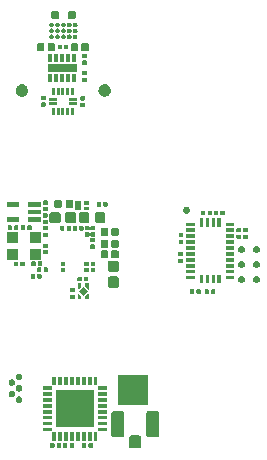
<source format=gbr>
G04 #@! TF.GenerationSoftware,KiCad,Pcbnew,(5.1.6)-1*
G04 #@! TF.CreationDate,2021-01-05T14:36:29-08:00*
G04 #@! TF.ProjectId,Miniscope-v4-Rigid-Flex,4d696e69-7363-46f7-9065-2d76342d5269,rev?*
G04 #@! TF.SameCoordinates,Original*
G04 #@! TF.FileFunction,Soldermask,Top*
G04 #@! TF.FilePolarity,Negative*
%FSLAX46Y46*%
G04 Gerber Fmt 4.6, Leading zero omitted, Abs format (unit mm)*
G04 Created by KiCad (PCBNEW (5.1.6)-1) date 2021-01-05 14:36:29*
%MOMM*%
%LPD*%
G01*
G04 APERTURE LIST*
%ADD10C,0.100000*%
G04 APERTURE END LIST*
D10*
G36*
X110164143Y-129213700D02*
G01*
X110208616Y-129227190D01*
X110249604Y-129249099D01*
X110285523Y-129278577D01*
X110315001Y-129314496D01*
X110336910Y-129355484D01*
X110350400Y-129399957D01*
X110355200Y-129448692D01*
X110355200Y-130069908D01*
X110350400Y-130118643D01*
X110336910Y-130163116D01*
X110315001Y-130204104D01*
X110285523Y-130240023D01*
X110249604Y-130269501D01*
X110208616Y-130291410D01*
X110164143Y-130304900D01*
X110115408Y-130309700D01*
X109544192Y-130309700D01*
X109495457Y-130304900D01*
X109450984Y-130291410D01*
X109409996Y-130269501D01*
X109374077Y-130240023D01*
X109344599Y-130204104D01*
X109322690Y-130163116D01*
X109309200Y-130118643D01*
X109304400Y-130069908D01*
X109304400Y-129448692D01*
X109309200Y-129399957D01*
X109322690Y-129355484D01*
X109344599Y-129314496D01*
X109374077Y-129278577D01*
X109409996Y-129249099D01*
X109450984Y-129227190D01*
X109495457Y-129213700D01*
X109544192Y-129208900D01*
X110115408Y-129208900D01*
X110164143Y-129213700D01*
G37*
G36*
X106190392Y-129866285D02*
G01*
X106202503Y-129869959D01*
X106213663Y-129875924D01*
X106223447Y-129883953D01*
X106231476Y-129893737D01*
X106237441Y-129904897D01*
X106241115Y-129917008D01*
X106242600Y-129932091D01*
X106242600Y-130188309D01*
X106241115Y-130203392D01*
X106237441Y-130215503D01*
X106231476Y-130226663D01*
X106223447Y-130236447D01*
X106213663Y-130244476D01*
X106202503Y-130250441D01*
X106190392Y-130254115D01*
X106175309Y-130255600D01*
X105949091Y-130255600D01*
X105934008Y-130254115D01*
X105921897Y-130250441D01*
X105910737Y-130244476D01*
X105900953Y-130236447D01*
X105892924Y-130226663D01*
X105886959Y-130215503D01*
X105883285Y-130203392D01*
X105881800Y-130188309D01*
X105881800Y-129932091D01*
X105883285Y-129917008D01*
X105886959Y-129904897D01*
X105892924Y-129893737D01*
X105900953Y-129883953D01*
X105910737Y-129875924D01*
X105921897Y-129869959D01*
X105934008Y-129866285D01*
X105949091Y-129864800D01*
X106175309Y-129864800D01*
X106190392Y-129866285D01*
G37*
G36*
X105640392Y-129866285D02*
G01*
X105652503Y-129869959D01*
X105663663Y-129875924D01*
X105673447Y-129883953D01*
X105681476Y-129893737D01*
X105687441Y-129904897D01*
X105691115Y-129917008D01*
X105692600Y-129932091D01*
X105692600Y-130188309D01*
X105691115Y-130203392D01*
X105687441Y-130215503D01*
X105681476Y-130226663D01*
X105673447Y-130236447D01*
X105663663Y-130244476D01*
X105652503Y-130250441D01*
X105640392Y-130254115D01*
X105625309Y-130255600D01*
X105399091Y-130255600D01*
X105384008Y-130254115D01*
X105371897Y-130250441D01*
X105360737Y-130244476D01*
X105350953Y-130236447D01*
X105342924Y-130226663D01*
X105336959Y-130215503D01*
X105333285Y-130203392D01*
X105331800Y-130188309D01*
X105331800Y-129932091D01*
X105333285Y-129917008D01*
X105336959Y-129904897D01*
X105342924Y-129893737D01*
X105350953Y-129883953D01*
X105360737Y-129875924D01*
X105371897Y-129869959D01*
X105384008Y-129866285D01*
X105399091Y-129864800D01*
X105625309Y-129864800D01*
X105640392Y-129866285D01*
G37*
G36*
X102951792Y-129863485D02*
G01*
X102963903Y-129867159D01*
X102975063Y-129873124D01*
X102984847Y-129881153D01*
X102992876Y-129890937D01*
X102998841Y-129902097D01*
X103002515Y-129914208D01*
X103004000Y-129929291D01*
X103004000Y-130185509D01*
X103002515Y-130200592D01*
X102998841Y-130212703D01*
X102992876Y-130223863D01*
X102984847Y-130233647D01*
X102975063Y-130241676D01*
X102963903Y-130247641D01*
X102951792Y-130251315D01*
X102936709Y-130252800D01*
X102710491Y-130252800D01*
X102695408Y-130251315D01*
X102683297Y-130247641D01*
X102672137Y-130241676D01*
X102662353Y-130233647D01*
X102654324Y-130223863D01*
X102648359Y-130212703D01*
X102644685Y-130200592D01*
X102643200Y-130185509D01*
X102643200Y-129929291D01*
X102644685Y-129914208D01*
X102648359Y-129902097D01*
X102654324Y-129890937D01*
X102662353Y-129881153D01*
X102672137Y-129873124D01*
X102683297Y-129867159D01*
X102695408Y-129863485D01*
X102710491Y-129862000D01*
X102936709Y-129862000D01*
X102951792Y-129863485D01*
G37*
G36*
X104593992Y-129863485D02*
G01*
X104606103Y-129867159D01*
X104617263Y-129873124D01*
X104627047Y-129881153D01*
X104635076Y-129890937D01*
X104641041Y-129902097D01*
X104644715Y-129914208D01*
X104646200Y-129929291D01*
X104646200Y-130185509D01*
X104644715Y-130200592D01*
X104641041Y-130212703D01*
X104635076Y-130223863D01*
X104627047Y-130233647D01*
X104617263Y-130241676D01*
X104606103Y-130247641D01*
X104593992Y-130251315D01*
X104578909Y-130252800D01*
X104352691Y-130252800D01*
X104337608Y-130251315D01*
X104325497Y-130247641D01*
X104314337Y-130241676D01*
X104304553Y-130233647D01*
X104296524Y-130223863D01*
X104290559Y-130212703D01*
X104286885Y-130200592D01*
X104285400Y-130185509D01*
X104285400Y-129929291D01*
X104286885Y-129914208D01*
X104290559Y-129902097D01*
X104296524Y-129890937D01*
X104304553Y-129881153D01*
X104314337Y-129873124D01*
X104325497Y-129867159D01*
X104337608Y-129863485D01*
X104352691Y-129862000D01*
X104578909Y-129862000D01*
X104593992Y-129863485D01*
G37*
G36*
X103501792Y-129863485D02*
G01*
X103513903Y-129867159D01*
X103525063Y-129873124D01*
X103534847Y-129881153D01*
X103542876Y-129890937D01*
X103548841Y-129902097D01*
X103552515Y-129914208D01*
X103554000Y-129929291D01*
X103554000Y-130185509D01*
X103552515Y-130200592D01*
X103548841Y-130212703D01*
X103542876Y-130223863D01*
X103534847Y-130233647D01*
X103525063Y-130241676D01*
X103513903Y-130247641D01*
X103501792Y-130251315D01*
X103486709Y-130252800D01*
X103260491Y-130252800D01*
X103245408Y-130251315D01*
X103233297Y-130247641D01*
X103222137Y-130241676D01*
X103212353Y-130233647D01*
X103204324Y-130223863D01*
X103198359Y-130212703D01*
X103194685Y-130200592D01*
X103193200Y-130185509D01*
X103193200Y-129929291D01*
X103194685Y-129914208D01*
X103198359Y-129902097D01*
X103204324Y-129890937D01*
X103212353Y-129881153D01*
X103222137Y-129873124D01*
X103233297Y-129867159D01*
X103245408Y-129863485D01*
X103260491Y-129862000D01*
X103486709Y-129862000D01*
X103501792Y-129863485D01*
G37*
G36*
X104043992Y-129863485D02*
G01*
X104056103Y-129867159D01*
X104067263Y-129873124D01*
X104077047Y-129881153D01*
X104085076Y-129890937D01*
X104091041Y-129902097D01*
X104094715Y-129914208D01*
X104096200Y-129929291D01*
X104096200Y-130185509D01*
X104094715Y-130200592D01*
X104091041Y-130212703D01*
X104085076Y-130223863D01*
X104077047Y-130233647D01*
X104067263Y-130241676D01*
X104056103Y-130247641D01*
X104043992Y-130251315D01*
X104028909Y-130252800D01*
X103802691Y-130252800D01*
X103787608Y-130251315D01*
X103775497Y-130247641D01*
X103764337Y-130241676D01*
X103754553Y-130233647D01*
X103746524Y-130223863D01*
X103740559Y-130212703D01*
X103736885Y-130200592D01*
X103735400Y-130185509D01*
X103735400Y-129929291D01*
X103736885Y-129914208D01*
X103740559Y-129902097D01*
X103746524Y-129890937D01*
X103754553Y-129881153D01*
X103764337Y-129873124D01*
X103775497Y-129867159D01*
X103787608Y-129863485D01*
X103802691Y-129862000D01*
X104028909Y-129862000D01*
X104043992Y-129863485D01*
G37*
G36*
X103642200Y-129648800D02*
G01*
X103331400Y-129648800D01*
X103331400Y-128918000D01*
X103642200Y-128918000D01*
X103642200Y-129648800D01*
G37*
G36*
X106642200Y-129648800D02*
G01*
X106331400Y-129648800D01*
X106331400Y-128918000D01*
X106642200Y-128918000D01*
X106642200Y-129648800D01*
G37*
G36*
X106142200Y-129648800D02*
G01*
X105831400Y-129648800D01*
X105831400Y-128918000D01*
X106142200Y-128918000D01*
X106142200Y-129648800D01*
G37*
G36*
X105642200Y-129648800D02*
G01*
X105331400Y-129648800D01*
X105331400Y-128918000D01*
X105642200Y-128918000D01*
X105642200Y-129648800D01*
G37*
G36*
X105142200Y-129648800D02*
G01*
X104831400Y-129648800D01*
X104831400Y-128918000D01*
X105142200Y-128918000D01*
X105142200Y-129648800D01*
G37*
G36*
X104642200Y-129648800D02*
G01*
X104331400Y-129648800D01*
X104331400Y-128918000D01*
X104642200Y-128918000D01*
X104642200Y-129648800D01*
G37*
G36*
X104142200Y-129648800D02*
G01*
X103831400Y-129648800D01*
X103831400Y-128918000D01*
X104142200Y-128918000D01*
X104142200Y-129648800D01*
G37*
G36*
X103142200Y-129648800D02*
G01*
X102831400Y-129648800D01*
X102831400Y-128918000D01*
X103142200Y-128918000D01*
X103142200Y-129648800D01*
G37*
G36*
X111654082Y-127136440D02*
G01*
X111700901Y-127150643D01*
X111744048Y-127173705D01*
X111781862Y-127204738D01*
X111812895Y-127242552D01*
X111835957Y-127285699D01*
X111850160Y-127332518D01*
X111855200Y-127383692D01*
X111855200Y-129129908D01*
X111850160Y-129181082D01*
X111835957Y-129227901D01*
X111812895Y-129271048D01*
X111781862Y-129308862D01*
X111744048Y-129339895D01*
X111700901Y-129362957D01*
X111654082Y-129377160D01*
X111602908Y-129382200D01*
X111006692Y-129382200D01*
X110955518Y-129377160D01*
X110908699Y-129362957D01*
X110865552Y-129339895D01*
X110827738Y-129308862D01*
X110796705Y-129271048D01*
X110773643Y-129227901D01*
X110759440Y-129181082D01*
X110754400Y-129129908D01*
X110754400Y-127383692D01*
X110759440Y-127332518D01*
X110773643Y-127285699D01*
X110796705Y-127242552D01*
X110827738Y-127204738D01*
X110865552Y-127173705D01*
X110908699Y-127150643D01*
X110955518Y-127136440D01*
X111006692Y-127131400D01*
X111602908Y-127131400D01*
X111654082Y-127136440D01*
G37*
G36*
X108704082Y-127136440D02*
G01*
X108750901Y-127150643D01*
X108794048Y-127173705D01*
X108831862Y-127204738D01*
X108862895Y-127242552D01*
X108885957Y-127285699D01*
X108900160Y-127332518D01*
X108905200Y-127383692D01*
X108905200Y-129129908D01*
X108900160Y-129181082D01*
X108885957Y-129227901D01*
X108862895Y-129271048D01*
X108831862Y-129308862D01*
X108794048Y-129339895D01*
X108750901Y-129362957D01*
X108704082Y-129377160D01*
X108652908Y-129382200D01*
X108056692Y-129382200D01*
X108005518Y-129377160D01*
X107958699Y-129362957D01*
X107915552Y-129339895D01*
X107877738Y-129308862D01*
X107846705Y-129271048D01*
X107823643Y-129227901D01*
X107809440Y-129181082D01*
X107804400Y-129129908D01*
X107804400Y-127383692D01*
X107809440Y-127332518D01*
X107823643Y-127285699D01*
X107846705Y-127242552D01*
X107877738Y-127204738D01*
X107915552Y-127173705D01*
X107958699Y-127150643D01*
X108005518Y-127136440D01*
X108056692Y-127131400D01*
X108652908Y-127131400D01*
X108704082Y-127136440D01*
G37*
G36*
X107437200Y-128853800D02*
G01*
X106706400Y-128853800D01*
X106706400Y-128543000D01*
X107437200Y-128543000D01*
X107437200Y-128853800D01*
G37*
G36*
X102767200Y-128853800D02*
G01*
X102036400Y-128853800D01*
X102036400Y-128543000D01*
X102767200Y-128543000D01*
X102767200Y-128853800D01*
G37*
G36*
X106312200Y-128523800D02*
G01*
X103161400Y-128523800D01*
X103161400Y-125373000D01*
X106312200Y-125373000D01*
X106312200Y-128523800D01*
G37*
G36*
X107437200Y-128353800D02*
G01*
X106706400Y-128353800D01*
X106706400Y-128043000D01*
X107437200Y-128043000D01*
X107437200Y-128353800D01*
G37*
G36*
X102767200Y-128353800D02*
G01*
X102036400Y-128353800D01*
X102036400Y-128043000D01*
X102767200Y-128043000D01*
X102767200Y-128353800D01*
G37*
G36*
X107437200Y-127853800D02*
G01*
X106706400Y-127853800D01*
X106706400Y-127543000D01*
X107437200Y-127543000D01*
X107437200Y-127853800D01*
G37*
G36*
X102767200Y-127853800D02*
G01*
X102036400Y-127853800D01*
X102036400Y-127543000D01*
X102767200Y-127543000D01*
X102767200Y-127853800D01*
G37*
G36*
X107437200Y-127353800D02*
G01*
X106706400Y-127353800D01*
X106706400Y-127043000D01*
X107437200Y-127043000D01*
X107437200Y-127353800D01*
G37*
G36*
X102767200Y-127353800D02*
G01*
X102036400Y-127353800D01*
X102036400Y-127043000D01*
X102767200Y-127043000D01*
X102767200Y-127353800D01*
G37*
G36*
X102767200Y-126853800D02*
G01*
X102036400Y-126853800D01*
X102036400Y-126543000D01*
X102767200Y-126543000D01*
X102767200Y-126853800D01*
G37*
G36*
X107437200Y-126853800D02*
G01*
X106706400Y-126853800D01*
X106706400Y-126543000D01*
X107437200Y-126543000D01*
X107437200Y-126853800D01*
G37*
G36*
X110952800Y-126662000D02*
G01*
X108402000Y-126662000D01*
X108402000Y-124111200D01*
X110952800Y-124111200D01*
X110952800Y-126662000D01*
G37*
G36*
X100081499Y-125911735D02*
G01*
X100132346Y-125932796D01*
X100178109Y-125963374D01*
X100217024Y-126002289D01*
X100247602Y-126048052D01*
X100268663Y-126098899D01*
X100279400Y-126152879D01*
X100279400Y-126207917D01*
X100268663Y-126261897D01*
X100247602Y-126312744D01*
X100217024Y-126358507D01*
X100178109Y-126397422D01*
X100132346Y-126428000D01*
X100081499Y-126449061D01*
X100027519Y-126459798D01*
X99972481Y-126459798D01*
X99918501Y-126449061D01*
X99867654Y-126428000D01*
X99821891Y-126397422D01*
X99782976Y-126358507D01*
X99752398Y-126312744D01*
X99731337Y-126261897D01*
X99720600Y-126207917D01*
X99720600Y-126152879D01*
X99731337Y-126098899D01*
X99752398Y-126048052D01*
X99782976Y-126002289D01*
X99821891Y-125963374D01*
X99867654Y-125932796D01*
X99918501Y-125911735D01*
X99972481Y-125900998D01*
X100027519Y-125900998D01*
X100081499Y-125911735D01*
G37*
G36*
X102767200Y-126353800D02*
G01*
X102036400Y-126353800D01*
X102036400Y-126043000D01*
X102767200Y-126043000D01*
X102767200Y-126353800D01*
G37*
G36*
X107437200Y-126353800D02*
G01*
X106706400Y-126353800D01*
X106706400Y-126043000D01*
X107437200Y-126043000D01*
X107437200Y-126353800D01*
G37*
G36*
X99471899Y-125429135D02*
G01*
X99522746Y-125450196D01*
X99568509Y-125480774D01*
X99607424Y-125519689D01*
X99638002Y-125565452D01*
X99659063Y-125616299D01*
X99669800Y-125670279D01*
X99669800Y-125725317D01*
X99659063Y-125779297D01*
X99638002Y-125830144D01*
X99607424Y-125875907D01*
X99568509Y-125914822D01*
X99522746Y-125945400D01*
X99471899Y-125966461D01*
X99417919Y-125977198D01*
X99362881Y-125977198D01*
X99308901Y-125966461D01*
X99258054Y-125945400D01*
X99212291Y-125914822D01*
X99173376Y-125875907D01*
X99142798Y-125830144D01*
X99121737Y-125779297D01*
X99111000Y-125725317D01*
X99111000Y-125670279D01*
X99121737Y-125616299D01*
X99142798Y-125565452D01*
X99173376Y-125519689D01*
X99212291Y-125480774D01*
X99258054Y-125450196D01*
X99308901Y-125429135D01*
X99362881Y-125418398D01*
X99417919Y-125418398D01*
X99471899Y-125429135D01*
G37*
G36*
X107437200Y-125853800D02*
G01*
X106706400Y-125853800D01*
X106706400Y-125543000D01*
X107437200Y-125543000D01*
X107437200Y-125853800D01*
G37*
G36*
X102767200Y-125853800D02*
G01*
X102036400Y-125853800D01*
X102036400Y-125543000D01*
X102767200Y-125543000D01*
X102767200Y-125853800D01*
G37*
G36*
X100081499Y-124946536D02*
G01*
X100132346Y-124967597D01*
X100178109Y-124998175D01*
X100217024Y-125037090D01*
X100247602Y-125082853D01*
X100268663Y-125133700D01*
X100279400Y-125187680D01*
X100279400Y-125242718D01*
X100268663Y-125296698D01*
X100247602Y-125347545D01*
X100217024Y-125393308D01*
X100178109Y-125432223D01*
X100132346Y-125462801D01*
X100081499Y-125483862D01*
X100027519Y-125494599D01*
X99972481Y-125494599D01*
X99918501Y-125483862D01*
X99867654Y-125462801D01*
X99821891Y-125432223D01*
X99782976Y-125393308D01*
X99752398Y-125347545D01*
X99731337Y-125296698D01*
X99720600Y-125242718D01*
X99720600Y-125187680D01*
X99731337Y-125133700D01*
X99752398Y-125082853D01*
X99782976Y-125037090D01*
X99821891Y-124998175D01*
X99867654Y-124967597D01*
X99918501Y-124946536D01*
X99972481Y-124935799D01*
X100027519Y-124935799D01*
X100081499Y-124946536D01*
G37*
G36*
X107437200Y-125353800D02*
G01*
X106706400Y-125353800D01*
X106706400Y-125043000D01*
X107437200Y-125043000D01*
X107437200Y-125353800D01*
G37*
G36*
X102767200Y-125353800D02*
G01*
X102036400Y-125353800D01*
X102036400Y-125043000D01*
X102767200Y-125043000D01*
X102767200Y-125353800D01*
G37*
G36*
X99471899Y-124463936D02*
G01*
X99522746Y-124484997D01*
X99568509Y-124515575D01*
X99607424Y-124554490D01*
X99638002Y-124600253D01*
X99659063Y-124651100D01*
X99669800Y-124705080D01*
X99669800Y-124760118D01*
X99659063Y-124814098D01*
X99638002Y-124864945D01*
X99607424Y-124910708D01*
X99568509Y-124949623D01*
X99522746Y-124980201D01*
X99471899Y-125001262D01*
X99417919Y-125011999D01*
X99362881Y-125011999D01*
X99308901Y-125001262D01*
X99258054Y-124980201D01*
X99212291Y-124949623D01*
X99173376Y-124910708D01*
X99142798Y-124864945D01*
X99121737Y-124814098D01*
X99111000Y-124760118D01*
X99111000Y-124705080D01*
X99121737Y-124651100D01*
X99142798Y-124600253D01*
X99173376Y-124554490D01*
X99212291Y-124515575D01*
X99258054Y-124484997D01*
X99308901Y-124463936D01*
X99362881Y-124453199D01*
X99417919Y-124453199D01*
X99471899Y-124463936D01*
G37*
G36*
X106142200Y-124978800D02*
G01*
X105831400Y-124978800D01*
X105831400Y-124248000D01*
X106142200Y-124248000D01*
X106142200Y-124978800D01*
G37*
G36*
X105142200Y-124978800D02*
G01*
X104831400Y-124978800D01*
X104831400Y-124248000D01*
X105142200Y-124248000D01*
X105142200Y-124978800D01*
G37*
G36*
X104642200Y-124978800D02*
G01*
X104331400Y-124978800D01*
X104331400Y-124248000D01*
X104642200Y-124248000D01*
X104642200Y-124978800D01*
G37*
G36*
X104142200Y-124978800D02*
G01*
X103831400Y-124978800D01*
X103831400Y-124248000D01*
X104142200Y-124248000D01*
X104142200Y-124978800D01*
G37*
G36*
X103642200Y-124978800D02*
G01*
X103331400Y-124978800D01*
X103331400Y-124248000D01*
X103642200Y-124248000D01*
X103642200Y-124978800D01*
G37*
G36*
X103142200Y-124978800D02*
G01*
X102831400Y-124978800D01*
X102831400Y-124248000D01*
X103142200Y-124248000D01*
X103142200Y-124978800D01*
G37*
G36*
X105642200Y-124978800D02*
G01*
X105331400Y-124978800D01*
X105331400Y-124248000D01*
X105642200Y-124248000D01*
X105642200Y-124978800D01*
G37*
G36*
X106642200Y-124978800D02*
G01*
X106331400Y-124978800D01*
X106331400Y-124248000D01*
X106642200Y-124248000D01*
X106642200Y-124978800D01*
G37*
G36*
X100081499Y-123981337D02*
G01*
X100132346Y-124002398D01*
X100178109Y-124032976D01*
X100217024Y-124071891D01*
X100247602Y-124117654D01*
X100268663Y-124168501D01*
X100279400Y-124222481D01*
X100279400Y-124277519D01*
X100268663Y-124331499D01*
X100247602Y-124382346D01*
X100217024Y-124428109D01*
X100178109Y-124467024D01*
X100132346Y-124497602D01*
X100081499Y-124518663D01*
X100027519Y-124529400D01*
X99972481Y-124529400D01*
X99918501Y-124518663D01*
X99867654Y-124497602D01*
X99821891Y-124467024D01*
X99782976Y-124428109D01*
X99752398Y-124382346D01*
X99731337Y-124331499D01*
X99720600Y-124277519D01*
X99720600Y-124222481D01*
X99731337Y-124168501D01*
X99752398Y-124117654D01*
X99782976Y-124071891D01*
X99821891Y-124032976D01*
X99867654Y-124002398D01*
X99918501Y-123981337D01*
X99972481Y-123970600D01*
X100027519Y-123970600D01*
X100081499Y-123981337D01*
G37*
G36*
X105886576Y-117237566D02*
G01*
X105891366Y-117239019D01*
X105893574Y-117240199D01*
X105895780Y-117241378D01*
X105895782Y-117241379D01*
X105895781Y-117241379D01*
X105899648Y-117244552D01*
X105902821Y-117248419D01*
X105905181Y-117252834D01*
X105906634Y-117257624D01*
X105907369Y-117265090D01*
X105907369Y-117660110D01*
X105906634Y-117667576D01*
X105905181Y-117672366D01*
X105902821Y-117676781D01*
X105899648Y-117680648D01*
X105896127Y-117683537D01*
X105895780Y-117683822D01*
X105893573Y-117685001D01*
X105891366Y-117686181D01*
X105886576Y-117687634D01*
X105879110Y-117688369D01*
X105634090Y-117688369D01*
X105626624Y-117687634D01*
X105621834Y-117686181D01*
X105619627Y-117685001D01*
X105617420Y-117683822D01*
X105617073Y-117683537D01*
X105613552Y-117680648D01*
X105610379Y-117676781D01*
X105608019Y-117672366D01*
X105606566Y-117667576D01*
X105605831Y-117660110D01*
X105605831Y-117445090D01*
X105606566Y-117437624D01*
X105608019Y-117432834D01*
X105610379Y-117428419D01*
X105615148Y-117422608D01*
X105791608Y-117246148D01*
X105797419Y-117241379D01*
X105797418Y-117241379D01*
X105797420Y-117241378D01*
X105799627Y-117240199D01*
X105801834Y-117239019D01*
X105806624Y-117237566D01*
X105814090Y-117236831D01*
X105879110Y-117236831D01*
X105886576Y-117237566D01*
G37*
G36*
X105056576Y-117237566D02*
G01*
X105061366Y-117239019D01*
X105063574Y-117240199D01*
X105065780Y-117241378D01*
X105065782Y-117241379D01*
X105065781Y-117241379D01*
X105071592Y-117246148D01*
X105248052Y-117422608D01*
X105252821Y-117428419D01*
X105255181Y-117432834D01*
X105256634Y-117437624D01*
X105257369Y-117445090D01*
X105257369Y-117660110D01*
X105256634Y-117667576D01*
X105255181Y-117672366D01*
X105252821Y-117676781D01*
X105249648Y-117680648D01*
X105246127Y-117683537D01*
X105245780Y-117683822D01*
X105243573Y-117685001D01*
X105241366Y-117686181D01*
X105236576Y-117687634D01*
X105229110Y-117688369D01*
X104984090Y-117688369D01*
X104976624Y-117687634D01*
X104971834Y-117686181D01*
X104969627Y-117685001D01*
X104967420Y-117683822D01*
X104967073Y-117683537D01*
X104963552Y-117680648D01*
X104960379Y-117676781D01*
X104958019Y-117672366D01*
X104956566Y-117667576D01*
X104955831Y-117660110D01*
X104955831Y-117265090D01*
X104956566Y-117257624D01*
X104958019Y-117252834D01*
X104960379Y-117248419D01*
X104963552Y-117244552D01*
X104967419Y-117241379D01*
X104967418Y-117241379D01*
X104967420Y-117241378D01*
X104969627Y-117240199D01*
X104971834Y-117239019D01*
X104976624Y-117237566D01*
X104984090Y-117236831D01*
X105049110Y-117236831D01*
X105056576Y-117237566D01*
G37*
G36*
X104685792Y-117286485D02*
G01*
X104697903Y-117290159D01*
X104709063Y-117296124D01*
X104718847Y-117304153D01*
X104726876Y-117313937D01*
X104732841Y-117325097D01*
X104736515Y-117337208D01*
X104738000Y-117352291D01*
X104738000Y-117578509D01*
X104736515Y-117593592D01*
X104732841Y-117605703D01*
X104726876Y-117616863D01*
X104718847Y-117626647D01*
X104709063Y-117634676D01*
X104697903Y-117640641D01*
X104685792Y-117644315D01*
X104670709Y-117645800D01*
X104414491Y-117645800D01*
X104399408Y-117644315D01*
X104387297Y-117640641D01*
X104376137Y-117634676D01*
X104366353Y-117626647D01*
X104358324Y-117616863D01*
X104352359Y-117605703D01*
X104348685Y-117593592D01*
X104347200Y-117578509D01*
X104347200Y-117352291D01*
X104348685Y-117337208D01*
X104352359Y-117325097D01*
X104358324Y-117313937D01*
X104366353Y-117304153D01*
X104376137Y-117296124D01*
X104387297Y-117290159D01*
X104399408Y-117286485D01*
X104414491Y-117285000D01*
X104670709Y-117285000D01*
X104685792Y-117286485D01*
G37*
G36*
X105806933Y-117012600D02*
G01*
X105431600Y-117387933D01*
X105056267Y-117012600D01*
X105431600Y-116637267D01*
X105806933Y-117012600D01*
G37*
G36*
X116578992Y-116844085D02*
G01*
X116591103Y-116847759D01*
X116602263Y-116853724D01*
X116612047Y-116861753D01*
X116620076Y-116871537D01*
X116626041Y-116882697D01*
X116629715Y-116894808D01*
X116631200Y-116909891D01*
X116631200Y-117166109D01*
X116629715Y-117181192D01*
X116626041Y-117193303D01*
X116620076Y-117204463D01*
X116612047Y-117214247D01*
X116602263Y-117222276D01*
X116591103Y-117228241D01*
X116578992Y-117231915D01*
X116563909Y-117233400D01*
X116337691Y-117233400D01*
X116322608Y-117231915D01*
X116310497Y-117228241D01*
X116299337Y-117222276D01*
X116289553Y-117214247D01*
X116281524Y-117204463D01*
X116275559Y-117193303D01*
X116271885Y-117181192D01*
X116270400Y-117166109D01*
X116270400Y-116909891D01*
X116271885Y-116894808D01*
X116275559Y-116882697D01*
X116281524Y-116871537D01*
X116289553Y-116861753D01*
X116299337Y-116853724D01*
X116310497Y-116847759D01*
X116322608Y-116844085D01*
X116337691Y-116842600D01*
X116563909Y-116842600D01*
X116578992Y-116844085D01*
G37*
G36*
X116028992Y-116844085D02*
G01*
X116041103Y-116847759D01*
X116052263Y-116853724D01*
X116062047Y-116861753D01*
X116070076Y-116871537D01*
X116076041Y-116882697D01*
X116079715Y-116894808D01*
X116081200Y-116909891D01*
X116081200Y-117166109D01*
X116079715Y-117181192D01*
X116076041Y-117193303D01*
X116070076Y-117204463D01*
X116062047Y-117214247D01*
X116052263Y-117222276D01*
X116041103Y-117228241D01*
X116028992Y-117231915D01*
X116013909Y-117233400D01*
X115787691Y-117233400D01*
X115772608Y-117231915D01*
X115760497Y-117228241D01*
X115749337Y-117222276D01*
X115739553Y-117214247D01*
X115731524Y-117204463D01*
X115725559Y-117193303D01*
X115721885Y-117181192D01*
X115720400Y-117166109D01*
X115720400Y-116909891D01*
X115721885Y-116894808D01*
X115725559Y-116882697D01*
X115731524Y-116871537D01*
X115739553Y-116861753D01*
X115749337Y-116853724D01*
X115760497Y-116847759D01*
X115772608Y-116844085D01*
X115787691Y-116842600D01*
X116013909Y-116842600D01*
X116028992Y-116844085D01*
G37*
G36*
X115334392Y-116844085D02*
G01*
X115346503Y-116847759D01*
X115357663Y-116853724D01*
X115367447Y-116861753D01*
X115375476Y-116871537D01*
X115381441Y-116882697D01*
X115385115Y-116894808D01*
X115386600Y-116909891D01*
X115386600Y-117166109D01*
X115385115Y-117181192D01*
X115381441Y-117193303D01*
X115375476Y-117204463D01*
X115367447Y-117214247D01*
X115357663Y-117222276D01*
X115346503Y-117228241D01*
X115334392Y-117231915D01*
X115319309Y-117233400D01*
X115093091Y-117233400D01*
X115078008Y-117231915D01*
X115065897Y-117228241D01*
X115054737Y-117222276D01*
X115044953Y-117214247D01*
X115036924Y-117204463D01*
X115030959Y-117193303D01*
X115027285Y-117181192D01*
X115025800Y-117166109D01*
X115025800Y-116909891D01*
X115027285Y-116894808D01*
X115030959Y-116882697D01*
X115036924Y-116871537D01*
X115044953Y-116861753D01*
X115054737Y-116853724D01*
X115065897Y-116847759D01*
X115078008Y-116844085D01*
X115093091Y-116842600D01*
X115319309Y-116842600D01*
X115334392Y-116844085D01*
G37*
G36*
X114784392Y-116844085D02*
G01*
X114796503Y-116847759D01*
X114807663Y-116853724D01*
X114817447Y-116861753D01*
X114825476Y-116871537D01*
X114831441Y-116882697D01*
X114835115Y-116894808D01*
X114836600Y-116909891D01*
X114836600Y-117166109D01*
X114835115Y-117181192D01*
X114831441Y-117193303D01*
X114825476Y-117204463D01*
X114817447Y-117214247D01*
X114807663Y-117222276D01*
X114796503Y-117228241D01*
X114784392Y-117231915D01*
X114769309Y-117233400D01*
X114543091Y-117233400D01*
X114528008Y-117231915D01*
X114515897Y-117228241D01*
X114504737Y-117222276D01*
X114494953Y-117214247D01*
X114486924Y-117204463D01*
X114480959Y-117193303D01*
X114477285Y-117181192D01*
X114475800Y-117166109D01*
X114475800Y-116909891D01*
X114477285Y-116894808D01*
X114480959Y-116882697D01*
X114486924Y-116871537D01*
X114494953Y-116861753D01*
X114504737Y-116853724D01*
X114515897Y-116847759D01*
X114528008Y-116844085D01*
X114543091Y-116842600D01*
X114769309Y-116842600D01*
X114784392Y-116844085D01*
G37*
G36*
X104685792Y-116736485D02*
G01*
X104697903Y-116740159D01*
X104709063Y-116746124D01*
X104718847Y-116754153D01*
X104726876Y-116763937D01*
X104732841Y-116775097D01*
X104736515Y-116787208D01*
X104738000Y-116802291D01*
X104738000Y-117028509D01*
X104736515Y-117043592D01*
X104732841Y-117055703D01*
X104726876Y-117066863D01*
X104718847Y-117076647D01*
X104709063Y-117084676D01*
X104697903Y-117090641D01*
X104685792Y-117094315D01*
X104670709Y-117095800D01*
X104414491Y-117095800D01*
X104399408Y-117094315D01*
X104387297Y-117090641D01*
X104376137Y-117084676D01*
X104366353Y-117076647D01*
X104358324Y-117066863D01*
X104352359Y-117055703D01*
X104348685Y-117043592D01*
X104347200Y-117028509D01*
X104347200Y-116802291D01*
X104348685Y-116787208D01*
X104352359Y-116775097D01*
X104358324Y-116763937D01*
X104366353Y-116754153D01*
X104376137Y-116746124D01*
X104387297Y-116740159D01*
X104399408Y-116736485D01*
X104414491Y-116735000D01*
X104670709Y-116735000D01*
X104685792Y-116736485D01*
G37*
G36*
X105886576Y-116337566D02*
G01*
X105891366Y-116339019D01*
X105893574Y-116340199D01*
X105895780Y-116341378D01*
X105895782Y-116341379D01*
X105895781Y-116341379D01*
X105899648Y-116344552D01*
X105902821Y-116348419D01*
X105905181Y-116352834D01*
X105906634Y-116357624D01*
X105907369Y-116365090D01*
X105907369Y-116830110D01*
X105906634Y-116837576D01*
X105905181Y-116842366D01*
X105902821Y-116846781D01*
X105899648Y-116850648D01*
X105896127Y-116853537D01*
X105895780Y-116853822D01*
X105893574Y-116855001D01*
X105891366Y-116856181D01*
X105886576Y-116857634D01*
X105881600Y-116858124D01*
X105876624Y-116857634D01*
X105871834Y-116856181D01*
X105869626Y-116855001D01*
X105867420Y-116853822D01*
X105866929Y-116853419D01*
X105861608Y-116849052D01*
X105615148Y-116602592D01*
X105610379Y-116596781D01*
X105608019Y-116592366D01*
X105606566Y-116587576D01*
X105605831Y-116580110D01*
X105605831Y-116365090D01*
X105606566Y-116357624D01*
X105608019Y-116352834D01*
X105610379Y-116348419D01*
X105613552Y-116344552D01*
X105617419Y-116341379D01*
X105617418Y-116341379D01*
X105617420Y-116341378D01*
X105619626Y-116340199D01*
X105621834Y-116339019D01*
X105626624Y-116337566D01*
X105634090Y-116336831D01*
X105879110Y-116336831D01*
X105886576Y-116337566D01*
G37*
G36*
X105236576Y-116337566D02*
G01*
X105241366Y-116339019D01*
X105243574Y-116340199D01*
X105245780Y-116341378D01*
X105245782Y-116341379D01*
X105245781Y-116341379D01*
X105249648Y-116344552D01*
X105252821Y-116348419D01*
X105255181Y-116352834D01*
X105256634Y-116357624D01*
X105257369Y-116365090D01*
X105257369Y-116580110D01*
X105256634Y-116587576D01*
X105255181Y-116592366D01*
X105252821Y-116596781D01*
X105248052Y-116602592D01*
X105071592Y-116779052D01*
X105066271Y-116783419D01*
X105065780Y-116783822D01*
X105063574Y-116785001D01*
X105061366Y-116786181D01*
X105056576Y-116787634D01*
X105049110Y-116788369D01*
X104984090Y-116788369D01*
X104976624Y-116787634D01*
X104971834Y-116786181D01*
X104969626Y-116785001D01*
X104967420Y-116783822D01*
X104967073Y-116783537D01*
X104963552Y-116780648D01*
X104960379Y-116776781D01*
X104958019Y-116772366D01*
X104956566Y-116767576D01*
X104955831Y-116760110D01*
X104955831Y-116365090D01*
X104956566Y-116357624D01*
X104958019Y-116352834D01*
X104960379Y-116348419D01*
X104963552Y-116344552D01*
X104967419Y-116341379D01*
X104967418Y-116341379D01*
X104967420Y-116341378D01*
X104969626Y-116340199D01*
X104971834Y-116339019D01*
X104976624Y-116337566D01*
X104984090Y-116336831D01*
X105229110Y-116336831D01*
X105236576Y-116337566D01*
G37*
G36*
X108313478Y-115752471D02*
G01*
X108352792Y-115764397D01*
X108389023Y-115783763D01*
X108420777Y-115809823D01*
X108446837Y-115841577D01*
X108466203Y-115877808D01*
X108478129Y-115917122D01*
X108482400Y-115960491D01*
X108482400Y-116476709D01*
X108478129Y-116520078D01*
X108466203Y-116559392D01*
X108446837Y-116595623D01*
X108420777Y-116627377D01*
X108389023Y-116653437D01*
X108352792Y-116672803D01*
X108313478Y-116684729D01*
X108270109Y-116689000D01*
X107723891Y-116689000D01*
X107680522Y-116684729D01*
X107641208Y-116672803D01*
X107604977Y-116653437D01*
X107573223Y-116627377D01*
X107547163Y-116595623D01*
X107527797Y-116559392D01*
X107515871Y-116520078D01*
X107511600Y-116476709D01*
X107511600Y-115960491D01*
X107515871Y-115917122D01*
X107527797Y-115877808D01*
X107547163Y-115841577D01*
X107573223Y-115809823D01*
X107604977Y-115783763D01*
X107641208Y-115764397D01*
X107680522Y-115752471D01*
X107723891Y-115748200D01*
X108270109Y-115748200D01*
X108313478Y-115752471D01*
G37*
G36*
X115602600Y-116339000D02*
G01*
X115297800Y-116339000D01*
X115297800Y-115613200D01*
X115602600Y-115613200D01*
X115602600Y-116339000D01*
G37*
G36*
X116602600Y-116339000D02*
G01*
X116297800Y-116339000D01*
X116297800Y-115613200D01*
X116602600Y-115613200D01*
X116602600Y-116339000D01*
G37*
G36*
X117102600Y-116339000D02*
G01*
X116797800Y-116339000D01*
X116797800Y-115613200D01*
X117102600Y-115613200D01*
X117102600Y-116339000D01*
G37*
G36*
X116102600Y-116339000D02*
G01*
X115797800Y-116339000D01*
X115797800Y-115613200D01*
X116102600Y-115613200D01*
X116102600Y-116339000D01*
G37*
G36*
X120200074Y-115699498D02*
G01*
X120254524Y-115722052D01*
X120303529Y-115754796D01*
X120345204Y-115796471D01*
X120377948Y-115845476D01*
X120400502Y-115899926D01*
X120412000Y-115957731D01*
X120412000Y-116016669D01*
X120400502Y-116074474D01*
X120377948Y-116128924D01*
X120345204Y-116177929D01*
X120303529Y-116219604D01*
X120254524Y-116252348D01*
X120200074Y-116274902D01*
X120142269Y-116286400D01*
X120083331Y-116286400D01*
X120025526Y-116274902D01*
X119971076Y-116252348D01*
X119922071Y-116219604D01*
X119880396Y-116177929D01*
X119847652Y-116128924D01*
X119825098Y-116074474D01*
X119813600Y-116016669D01*
X119813600Y-115957731D01*
X119825098Y-115899926D01*
X119847652Y-115845476D01*
X119880396Y-115796471D01*
X119922071Y-115754796D01*
X119971076Y-115722052D01*
X120025526Y-115699498D01*
X120083331Y-115688000D01*
X120142269Y-115688000D01*
X120200074Y-115699498D01*
G37*
G36*
X118930074Y-115699498D02*
G01*
X118984524Y-115722052D01*
X119033529Y-115754796D01*
X119075204Y-115796471D01*
X119107948Y-115845476D01*
X119130502Y-115899926D01*
X119142000Y-115957731D01*
X119142000Y-116016669D01*
X119130502Y-116074474D01*
X119107948Y-116128924D01*
X119075204Y-116177929D01*
X119033529Y-116219604D01*
X118984524Y-116252348D01*
X118930074Y-116274902D01*
X118872269Y-116286400D01*
X118813331Y-116286400D01*
X118755526Y-116274902D01*
X118701076Y-116252348D01*
X118652071Y-116219604D01*
X118610396Y-116177929D01*
X118577652Y-116128924D01*
X118555098Y-116074474D01*
X118543600Y-116016669D01*
X118543600Y-115957731D01*
X118555098Y-115899926D01*
X118577652Y-115845476D01*
X118610396Y-115796471D01*
X118652071Y-115754796D01*
X118701076Y-115722052D01*
X118755526Y-115699498D01*
X118813331Y-115688000D01*
X118872269Y-115688000D01*
X118930074Y-115699498D01*
G37*
G36*
X105259392Y-115777285D02*
G01*
X105271503Y-115780959D01*
X105282663Y-115786924D01*
X105292447Y-115794953D01*
X105300476Y-115804737D01*
X105306441Y-115815897D01*
X105310115Y-115828008D01*
X105311600Y-115843091D01*
X105311600Y-116099309D01*
X105310115Y-116114392D01*
X105306441Y-116126503D01*
X105300476Y-116137663D01*
X105292447Y-116147447D01*
X105282663Y-116155476D01*
X105271503Y-116161441D01*
X105259392Y-116165115D01*
X105244309Y-116166600D01*
X105018091Y-116166600D01*
X105003008Y-116165115D01*
X104990897Y-116161441D01*
X104979737Y-116155476D01*
X104969953Y-116147447D01*
X104961924Y-116137663D01*
X104955959Y-116126503D01*
X104952285Y-116114392D01*
X104950800Y-116099309D01*
X104950800Y-115843091D01*
X104952285Y-115828008D01*
X104955959Y-115815897D01*
X104961924Y-115804737D01*
X104969953Y-115794953D01*
X104979737Y-115786924D01*
X104990897Y-115780959D01*
X105003008Y-115777285D01*
X105018091Y-115775800D01*
X105244309Y-115775800D01*
X105259392Y-115777285D01*
G37*
G36*
X105809392Y-115777285D02*
G01*
X105821503Y-115780959D01*
X105832663Y-115786924D01*
X105842447Y-115794953D01*
X105850476Y-115804737D01*
X105856441Y-115815897D01*
X105860115Y-115828008D01*
X105861600Y-115843091D01*
X105861600Y-116099309D01*
X105860115Y-116114392D01*
X105856441Y-116126503D01*
X105850476Y-116137663D01*
X105842447Y-116147447D01*
X105832663Y-116155476D01*
X105821503Y-116161441D01*
X105809392Y-116165115D01*
X105794309Y-116166600D01*
X105568091Y-116166600D01*
X105553008Y-116165115D01*
X105540897Y-116161441D01*
X105529737Y-116155476D01*
X105519953Y-116147447D01*
X105511924Y-116137663D01*
X105505959Y-116126503D01*
X105502285Y-116114392D01*
X105500800Y-116099309D01*
X105500800Y-115843091D01*
X105502285Y-115828008D01*
X105505959Y-115815897D01*
X105511924Y-115804737D01*
X105519953Y-115794953D01*
X105529737Y-115786924D01*
X105540897Y-115780959D01*
X105553008Y-115777285D01*
X105568091Y-115775800D01*
X105794309Y-115775800D01*
X105809392Y-115777285D01*
G37*
G36*
X114900600Y-115991000D02*
G01*
X114174800Y-115991000D01*
X114174800Y-115686200D01*
X114900600Y-115686200D01*
X114900600Y-115991000D01*
G37*
G36*
X118225600Y-115991000D02*
G01*
X117499800Y-115991000D01*
X117499800Y-115686200D01*
X118225600Y-115686200D01*
X118225600Y-115991000D01*
G37*
G36*
X101853592Y-115542085D02*
G01*
X101865703Y-115545759D01*
X101876863Y-115551724D01*
X101886647Y-115559753D01*
X101894676Y-115569537D01*
X101900641Y-115580697D01*
X101904315Y-115592808D01*
X101905800Y-115607891D01*
X101905800Y-115864109D01*
X101904315Y-115879192D01*
X101900641Y-115891303D01*
X101894676Y-115902463D01*
X101886647Y-115912247D01*
X101876863Y-115920276D01*
X101865703Y-115926241D01*
X101853592Y-115929915D01*
X101838509Y-115931400D01*
X101612291Y-115931400D01*
X101597208Y-115929915D01*
X101585097Y-115926241D01*
X101573937Y-115920276D01*
X101564153Y-115912247D01*
X101556124Y-115902463D01*
X101550159Y-115891303D01*
X101546485Y-115879192D01*
X101545000Y-115864109D01*
X101545000Y-115607891D01*
X101546485Y-115592808D01*
X101550159Y-115580697D01*
X101556124Y-115569537D01*
X101564153Y-115559753D01*
X101573937Y-115551724D01*
X101585097Y-115545759D01*
X101597208Y-115542085D01*
X101612291Y-115540600D01*
X101838509Y-115540600D01*
X101853592Y-115542085D01*
G37*
G36*
X101303592Y-115542085D02*
G01*
X101315703Y-115545759D01*
X101326863Y-115551724D01*
X101336647Y-115559753D01*
X101344676Y-115569537D01*
X101350641Y-115580697D01*
X101354315Y-115592808D01*
X101355800Y-115607891D01*
X101355800Y-115864109D01*
X101354315Y-115879192D01*
X101350641Y-115891303D01*
X101344676Y-115902463D01*
X101336647Y-115912247D01*
X101326863Y-115920276D01*
X101315703Y-115926241D01*
X101303592Y-115929915D01*
X101288509Y-115931400D01*
X101062291Y-115931400D01*
X101047208Y-115929915D01*
X101035097Y-115926241D01*
X101023937Y-115920276D01*
X101014153Y-115912247D01*
X101006124Y-115902463D01*
X101000159Y-115891303D01*
X100996485Y-115879192D01*
X100995000Y-115864109D01*
X100995000Y-115607891D01*
X100996485Y-115592808D01*
X101000159Y-115580697D01*
X101006124Y-115569537D01*
X101014153Y-115559753D01*
X101023937Y-115551724D01*
X101035097Y-115545759D01*
X101047208Y-115542085D01*
X101062291Y-115540600D01*
X101288509Y-115540600D01*
X101303592Y-115542085D01*
G37*
G36*
X118225600Y-115491000D02*
G01*
X117499800Y-115491000D01*
X117499800Y-115186200D01*
X118225600Y-115186200D01*
X118225600Y-115491000D01*
G37*
G36*
X114900600Y-115491000D02*
G01*
X114174800Y-115491000D01*
X114174800Y-115186200D01*
X114900600Y-115186200D01*
X114900600Y-115491000D01*
G37*
G36*
X103879592Y-115044685D02*
G01*
X103891703Y-115048359D01*
X103902863Y-115054324D01*
X103912647Y-115062353D01*
X103920676Y-115072137D01*
X103926641Y-115083297D01*
X103930315Y-115095408D01*
X103931800Y-115110491D01*
X103931800Y-115336709D01*
X103930315Y-115351792D01*
X103926641Y-115363903D01*
X103920676Y-115375063D01*
X103912647Y-115384847D01*
X103902863Y-115392876D01*
X103891703Y-115398841D01*
X103879592Y-115402515D01*
X103864509Y-115404000D01*
X103608291Y-115404000D01*
X103593208Y-115402515D01*
X103581097Y-115398841D01*
X103569937Y-115392876D01*
X103560153Y-115384847D01*
X103552124Y-115375063D01*
X103546159Y-115363903D01*
X103542485Y-115351792D01*
X103541000Y-115336709D01*
X103541000Y-115110491D01*
X103542485Y-115095408D01*
X103546159Y-115083297D01*
X103552124Y-115072137D01*
X103560153Y-115062353D01*
X103569937Y-115054324D01*
X103581097Y-115048359D01*
X103593208Y-115044685D01*
X103608291Y-115043200D01*
X103864509Y-115043200D01*
X103879592Y-115044685D01*
G37*
G36*
X105850192Y-115008685D02*
G01*
X105862303Y-115012359D01*
X105873463Y-115018324D01*
X105883247Y-115026353D01*
X105891276Y-115036137D01*
X105897241Y-115047297D01*
X105900915Y-115059408D01*
X105902400Y-115074491D01*
X105902400Y-115330709D01*
X105900915Y-115345792D01*
X105897241Y-115357903D01*
X105891276Y-115369063D01*
X105883247Y-115378847D01*
X105873463Y-115386876D01*
X105862303Y-115392841D01*
X105850192Y-115396515D01*
X105835109Y-115398000D01*
X105608891Y-115398000D01*
X105593808Y-115396515D01*
X105581697Y-115392841D01*
X105570537Y-115386876D01*
X105560753Y-115378847D01*
X105552724Y-115369063D01*
X105546759Y-115357903D01*
X105543085Y-115345792D01*
X105541600Y-115330709D01*
X105541600Y-115074491D01*
X105543085Y-115059408D01*
X105546759Y-115047297D01*
X105552724Y-115036137D01*
X105560753Y-115026353D01*
X105570537Y-115018324D01*
X105581697Y-115012359D01*
X105593808Y-115008685D01*
X105608891Y-115007200D01*
X105835109Y-115007200D01*
X105850192Y-115008685D01*
G37*
G36*
X106400192Y-115008685D02*
G01*
X106412303Y-115012359D01*
X106423463Y-115018324D01*
X106433247Y-115026353D01*
X106441276Y-115036137D01*
X106447241Y-115047297D01*
X106450915Y-115059408D01*
X106452400Y-115074491D01*
X106452400Y-115330709D01*
X106450915Y-115345792D01*
X106447241Y-115357903D01*
X106441276Y-115369063D01*
X106433247Y-115378847D01*
X106423463Y-115386876D01*
X106412303Y-115392841D01*
X106400192Y-115396515D01*
X106385109Y-115398000D01*
X106158891Y-115398000D01*
X106143808Y-115396515D01*
X106131697Y-115392841D01*
X106120537Y-115386876D01*
X106110753Y-115378847D01*
X106102724Y-115369063D01*
X106096759Y-115357903D01*
X106093085Y-115345792D01*
X106091600Y-115330709D01*
X106091600Y-115074491D01*
X106093085Y-115059408D01*
X106096759Y-115047297D01*
X106102724Y-115036137D01*
X106110753Y-115026353D01*
X106120537Y-115018324D01*
X106131697Y-115012359D01*
X106143808Y-115008685D01*
X106158891Y-115007200D01*
X106385109Y-115007200D01*
X106400192Y-115008685D01*
G37*
G36*
X102386992Y-114983285D02*
G01*
X102399103Y-114986959D01*
X102410263Y-114992924D01*
X102420047Y-115000953D01*
X102428076Y-115010737D01*
X102434041Y-115021897D01*
X102437715Y-115034008D01*
X102439200Y-115049091D01*
X102439200Y-115305309D01*
X102437715Y-115320392D01*
X102434041Y-115332503D01*
X102428076Y-115343663D01*
X102420047Y-115353447D01*
X102410263Y-115361476D01*
X102399103Y-115367441D01*
X102386992Y-115371115D01*
X102371909Y-115372600D01*
X102145691Y-115372600D01*
X102130608Y-115371115D01*
X102118497Y-115367441D01*
X102107337Y-115361476D01*
X102097553Y-115353447D01*
X102089524Y-115343663D01*
X102083559Y-115332503D01*
X102079885Y-115320392D01*
X102078400Y-115305309D01*
X102078400Y-115049091D01*
X102079885Y-115034008D01*
X102083559Y-115021897D01*
X102089524Y-115010737D01*
X102097553Y-115000953D01*
X102107337Y-114992924D01*
X102118497Y-114986959D01*
X102130608Y-114983285D01*
X102145691Y-114981800D01*
X102371909Y-114981800D01*
X102386992Y-114983285D01*
G37*
G36*
X101836992Y-114983285D02*
G01*
X101849103Y-114986959D01*
X101860263Y-114992924D01*
X101870047Y-115000953D01*
X101878076Y-115010737D01*
X101884041Y-115021897D01*
X101887715Y-115034008D01*
X101889200Y-115049091D01*
X101889200Y-115305309D01*
X101887715Y-115320392D01*
X101884041Y-115332503D01*
X101878076Y-115343663D01*
X101870047Y-115353447D01*
X101860263Y-115361476D01*
X101849103Y-115367441D01*
X101836992Y-115371115D01*
X101821909Y-115372600D01*
X101595691Y-115372600D01*
X101580608Y-115371115D01*
X101568497Y-115367441D01*
X101557337Y-115361476D01*
X101547553Y-115353447D01*
X101539524Y-115343663D01*
X101533559Y-115332503D01*
X101529885Y-115320392D01*
X101528400Y-115305309D01*
X101528400Y-115049091D01*
X101529885Y-115034008D01*
X101533559Y-115021897D01*
X101539524Y-115010737D01*
X101547553Y-115000953D01*
X101557337Y-114992924D01*
X101568497Y-114986959D01*
X101580608Y-114983285D01*
X101595691Y-114981800D01*
X101821909Y-114981800D01*
X101836992Y-114983285D01*
G37*
G36*
X108313478Y-114422471D02*
G01*
X108352792Y-114434397D01*
X108389023Y-114453763D01*
X108420777Y-114479823D01*
X108446837Y-114511577D01*
X108466203Y-114547808D01*
X108478129Y-114587122D01*
X108482400Y-114630491D01*
X108482400Y-115146709D01*
X108478129Y-115190078D01*
X108466203Y-115229392D01*
X108446837Y-115265623D01*
X108420777Y-115297377D01*
X108389023Y-115323437D01*
X108352792Y-115342803D01*
X108313478Y-115354729D01*
X108270109Y-115359000D01*
X107723891Y-115359000D01*
X107680522Y-115354729D01*
X107641208Y-115342803D01*
X107604977Y-115323437D01*
X107573223Y-115297377D01*
X107547163Y-115265623D01*
X107527797Y-115229392D01*
X107515871Y-115190078D01*
X107511600Y-115146709D01*
X107511600Y-114630491D01*
X107515871Y-114587122D01*
X107527797Y-114547808D01*
X107547163Y-114511577D01*
X107573223Y-114479823D01*
X107604977Y-114453763D01*
X107641208Y-114434397D01*
X107680522Y-114422471D01*
X107723891Y-114418200D01*
X108270109Y-114418200D01*
X108313478Y-114422471D01*
G37*
G36*
X118930074Y-114429498D02*
G01*
X118984524Y-114452052D01*
X119033529Y-114484796D01*
X119075204Y-114526471D01*
X119107948Y-114575476D01*
X119130502Y-114629926D01*
X119142000Y-114687731D01*
X119142000Y-114746669D01*
X119130502Y-114804474D01*
X119107948Y-114858924D01*
X119075204Y-114907929D01*
X119033529Y-114949604D01*
X118984524Y-114982348D01*
X118930074Y-115004902D01*
X118872269Y-115016400D01*
X118813331Y-115016400D01*
X118755526Y-115004902D01*
X118701076Y-114982348D01*
X118652071Y-114949604D01*
X118610396Y-114907929D01*
X118577652Y-114858924D01*
X118555098Y-114804474D01*
X118543600Y-114746669D01*
X118543600Y-114687731D01*
X118555098Y-114629926D01*
X118577652Y-114575476D01*
X118610396Y-114526471D01*
X118652071Y-114484796D01*
X118701076Y-114452052D01*
X118755526Y-114429498D01*
X118813331Y-114418000D01*
X118872269Y-114418000D01*
X118930074Y-114429498D01*
G37*
G36*
X120200074Y-114429498D02*
G01*
X120254524Y-114452052D01*
X120303529Y-114484796D01*
X120345204Y-114526471D01*
X120377948Y-114575476D01*
X120400502Y-114629926D01*
X120412000Y-114687731D01*
X120412000Y-114746669D01*
X120400502Y-114804474D01*
X120377948Y-114858924D01*
X120345204Y-114907929D01*
X120303529Y-114949604D01*
X120254524Y-114982348D01*
X120200074Y-115004902D01*
X120142269Y-115016400D01*
X120083331Y-115016400D01*
X120025526Y-115004902D01*
X119971076Y-114982348D01*
X119922071Y-114949604D01*
X119880396Y-114907929D01*
X119847652Y-114858924D01*
X119825098Y-114804474D01*
X119813600Y-114746669D01*
X119813600Y-114687731D01*
X119825098Y-114629926D01*
X119847652Y-114575476D01*
X119880396Y-114526471D01*
X119922071Y-114484796D01*
X119971076Y-114452052D01*
X120025526Y-114429498D01*
X120083331Y-114418000D01*
X120142269Y-114418000D01*
X120200074Y-114429498D01*
G37*
G36*
X118225600Y-114991000D02*
G01*
X117499800Y-114991000D01*
X117499800Y-114686200D01*
X118225600Y-114686200D01*
X118225600Y-114991000D01*
G37*
G36*
X114900600Y-114991000D02*
G01*
X114174800Y-114991000D01*
X114174800Y-114686200D01*
X114900600Y-114686200D01*
X114900600Y-114991000D01*
G37*
G36*
X100431192Y-114500685D02*
G01*
X100443303Y-114504359D01*
X100454463Y-114510324D01*
X100464247Y-114518353D01*
X100472276Y-114528137D01*
X100478241Y-114539297D01*
X100481915Y-114551408D01*
X100483400Y-114566491D01*
X100483400Y-114822709D01*
X100481915Y-114837792D01*
X100478241Y-114849903D01*
X100472276Y-114861063D01*
X100464247Y-114870847D01*
X100454463Y-114878876D01*
X100443303Y-114884841D01*
X100431192Y-114888515D01*
X100416109Y-114890000D01*
X100189891Y-114890000D01*
X100174808Y-114888515D01*
X100162697Y-114884841D01*
X100151537Y-114878876D01*
X100141753Y-114870847D01*
X100133724Y-114861063D01*
X100127759Y-114849903D01*
X100124085Y-114837792D01*
X100122600Y-114822709D01*
X100122600Y-114566491D01*
X100124085Y-114551408D01*
X100127759Y-114539297D01*
X100133724Y-114528137D01*
X100141753Y-114518353D01*
X100151537Y-114510324D01*
X100162697Y-114504359D01*
X100174808Y-114500685D01*
X100189891Y-114499200D01*
X100416109Y-114499200D01*
X100431192Y-114500685D01*
G37*
G36*
X106400192Y-114500685D02*
G01*
X106412303Y-114504359D01*
X106423463Y-114510324D01*
X106433247Y-114518353D01*
X106441276Y-114528137D01*
X106447241Y-114539297D01*
X106450915Y-114551408D01*
X106452400Y-114566491D01*
X106452400Y-114822709D01*
X106450915Y-114837792D01*
X106447241Y-114849903D01*
X106441276Y-114861063D01*
X106433247Y-114870847D01*
X106423463Y-114878876D01*
X106412303Y-114884841D01*
X106400192Y-114888515D01*
X106385109Y-114890000D01*
X106158891Y-114890000D01*
X106143808Y-114888515D01*
X106131697Y-114884841D01*
X106120537Y-114878876D01*
X106110753Y-114870847D01*
X106102724Y-114861063D01*
X106096759Y-114849903D01*
X106093085Y-114837792D01*
X106091600Y-114822709D01*
X106091600Y-114566491D01*
X106093085Y-114551408D01*
X106096759Y-114539297D01*
X106102724Y-114528137D01*
X106110753Y-114518353D01*
X106120537Y-114510324D01*
X106131697Y-114504359D01*
X106143808Y-114500685D01*
X106158891Y-114499200D01*
X106385109Y-114499200D01*
X106400192Y-114500685D01*
G37*
G36*
X105850192Y-114500685D02*
G01*
X105862303Y-114504359D01*
X105873463Y-114510324D01*
X105883247Y-114518353D01*
X105891276Y-114528137D01*
X105897241Y-114539297D01*
X105900915Y-114551408D01*
X105902400Y-114566491D01*
X105902400Y-114822709D01*
X105900915Y-114837792D01*
X105897241Y-114849903D01*
X105891276Y-114861063D01*
X105883247Y-114870847D01*
X105873463Y-114878876D01*
X105862303Y-114884841D01*
X105850192Y-114888515D01*
X105835109Y-114890000D01*
X105608891Y-114890000D01*
X105593808Y-114888515D01*
X105581697Y-114884841D01*
X105570537Y-114878876D01*
X105560753Y-114870847D01*
X105552724Y-114861063D01*
X105546759Y-114849903D01*
X105543085Y-114837792D01*
X105541600Y-114822709D01*
X105541600Y-114566491D01*
X105543085Y-114551408D01*
X105546759Y-114539297D01*
X105552724Y-114528137D01*
X105560753Y-114518353D01*
X105570537Y-114510324D01*
X105581697Y-114504359D01*
X105593808Y-114500685D01*
X105608891Y-114499200D01*
X105835109Y-114499200D01*
X105850192Y-114500685D01*
G37*
G36*
X99881192Y-114500685D02*
G01*
X99893303Y-114504359D01*
X99904463Y-114510324D01*
X99914247Y-114518353D01*
X99922276Y-114528137D01*
X99928241Y-114539297D01*
X99931915Y-114551408D01*
X99933400Y-114566491D01*
X99933400Y-114822709D01*
X99931915Y-114837792D01*
X99928241Y-114849903D01*
X99922276Y-114861063D01*
X99914247Y-114870847D01*
X99904463Y-114878876D01*
X99893303Y-114884841D01*
X99881192Y-114888515D01*
X99866109Y-114890000D01*
X99639891Y-114890000D01*
X99624808Y-114888515D01*
X99612697Y-114884841D01*
X99601537Y-114878876D01*
X99591753Y-114870847D01*
X99583724Y-114861063D01*
X99577759Y-114849903D01*
X99574085Y-114837792D01*
X99572600Y-114822709D01*
X99572600Y-114566491D01*
X99574085Y-114551408D01*
X99577759Y-114539297D01*
X99583724Y-114528137D01*
X99591753Y-114518353D01*
X99601537Y-114510324D01*
X99612697Y-114504359D01*
X99624808Y-114500685D01*
X99639891Y-114499200D01*
X99866109Y-114499200D01*
X99881192Y-114500685D01*
G37*
G36*
X101349992Y-114475285D02*
G01*
X101362103Y-114478959D01*
X101373263Y-114484924D01*
X101383047Y-114492953D01*
X101391076Y-114502737D01*
X101397041Y-114513897D01*
X101400715Y-114526008D01*
X101402200Y-114541091D01*
X101402200Y-114797309D01*
X101400715Y-114812392D01*
X101397041Y-114824503D01*
X101391076Y-114835663D01*
X101383047Y-114845447D01*
X101373263Y-114853476D01*
X101362103Y-114859441D01*
X101349992Y-114863115D01*
X101334909Y-114864600D01*
X101108691Y-114864600D01*
X101093608Y-114863115D01*
X101081497Y-114859441D01*
X101070337Y-114853476D01*
X101060553Y-114845447D01*
X101052524Y-114835663D01*
X101046559Y-114824503D01*
X101042885Y-114812392D01*
X101041400Y-114797309D01*
X101041400Y-114541091D01*
X101042885Y-114526008D01*
X101046559Y-114513897D01*
X101052524Y-114502737D01*
X101060553Y-114492953D01*
X101070337Y-114484924D01*
X101081497Y-114478959D01*
X101093608Y-114475285D01*
X101108691Y-114473800D01*
X101334909Y-114473800D01*
X101349992Y-114475285D01*
G37*
G36*
X101899992Y-114475285D02*
G01*
X101912103Y-114478959D01*
X101923263Y-114484924D01*
X101933047Y-114492953D01*
X101941076Y-114502737D01*
X101947041Y-114513897D01*
X101950715Y-114526008D01*
X101952200Y-114541091D01*
X101952200Y-114797309D01*
X101950715Y-114812392D01*
X101947041Y-114824503D01*
X101941076Y-114835663D01*
X101933047Y-114845447D01*
X101923263Y-114853476D01*
X101912103Y-114859441D01*
X101899992Y-114863115D01*
X101884909Y-114864600D01*
X101658691Y-114864600D01*
X101643608Y-114863115D01*
X101631497Y-114859441D01*
X101620337Y-114853476D01*
X101610553Y-114845447D01*
X101602524Y-114835663D01*
X101596559Y-114824503D01*
X101592885Y-114812392D01*
X101591400Y-114797309D01*
X101591400Y-114541091D01*
X101592885Y-114526008D01*
X101596559Y-114513897D01*
X101602524Y-114502737D01*
X101610553Y-114492953D01*
X101620337Y-114484924D01*
X101631497Y-114478959D01*
X101643608Y-114475285D01*
X101658691Y-114473800D01*
X101884909Y-114473800D01*
X101899992Y-114475285D01*
G37*
G36*
X103879592Y-114494685D02*
G01*
X103891703Y-114498359D01*
X103902863Y-114504324D01*
X103912647Y-114512353D01*
X103920676Y-114522137D01*
X103926641Y-114533297D01*
X103930315Y-114545408D01*
X103931800Y-114560491D01*
X103931800Y-114786709D01*
X103930315Y-114801792D01*
X103926641Y-114813903D01*
X103920676Y-114825063D01*
X103912647Y-114834847D01*
X103902863Y-114842876D01*
X103891703Y-114848841D01*
X103879592Y-114852515D01*
X103864509Y-114854000D01*
X103608291Y-114854000D01*
X103593208Y-114852515D01*
X103581097Y-114848841D01*
X103569937Y-114842876D01*
X103560153Y-114834847D01*
X103552124Y-114825063D01*
X103546159Y-114813903D01*
X103542485Y-114801792D01*
X103541000Y-114786709D01*
X103541000Y-114560491D01*
X103542485Y-114545408D01*
X103546159Y-114533297D01*
X103552124Y-114522137D01*
X103560153Y-114512353D01*
X103569937Y-114504324D01*
X103581097Y-114498359D01*
X103593208Y-114494685D01*
X103608291Y-114493200D01*
X103864509Y-114493200D01*
X103879592Y-114494685D01*
G37*
G36*
X113829792Y-114231885D02*
G01*
X113841903Y-114235559D01*
X113853063Y-114241524D01*
X113862847Y-114249553D01*
X113870876Y-114259337D01*
X113876841Y-114270497D01*
X113880515Y-114282608D01*
X113882000Y-114297691D01*
X113882000Y-114523909D01*
X113880515Y-114538992D01*
X113876841Y-114551103D01*
X113870876Y-114562263D01*
X113862847Y-114572047D01*
X113853063Y-114580076D01*
X113841903Y-114586041D01*
X113829792Y-114589715D01*
X113814709Y-114591200D01*
X113558491Y-114591200D01*
X113543408Y-114589715D01*
X113531297Y-114586041D01*
X113520137Y-114580076D01*
X113510353Y-114572047D01*
X113502324Y-114562263D01*
X113496359Y-114551103D01*
X113492685Y-114538992D01*
X113491200Y-114523909D01*
X113491200Y-114297691D01*
X113492685Y-114282608D01*
X113496359Y-114270497D01*
X113502324Y-114259337D01*
X113510353Y-114249553D01*
X113520137Y-114241524D01*
X113531297Y-114235559D01*
X113543408Y-114231885D01*
X113558491Y-114230400D01*
X113814709Y-114230400D01*
X113829792Y-114231885D01*
G37*
G36*
X118225600Y-114491000D02*
G01*
X117499800Y-114491000D01*
X117499800Y-114186200D01*
X118225600Y-114186200D01*
X118225600Y-114491000D01*
G37*
G36*
X114900600Y-114491000D02*
G01*
X114174800Y-114491000D01*
X114174800Y-114186200D01*
X114900600Y-114186200D01*
X114900600Y-114491000D01*
G37*
G36*
X101844800Y-114331000D02*
G01*
X100914000Y-114331000D01*
X100914000Y-113450200D01*
X101844800Y-113450200D01*
X101844800Y-114331000D01*
G37*
G36*
X99954800Y-114331000D02*
G01*
X99024000Y-114331000D01*
X99024000Y-113450200D01*
X99954800Y-113450200D01*
X99954800Y-114331000D01*
G37*
G36*
X107437262Y-113544183D02*
G01*
X107462031Y-113551696D01*
X107484869Y-113563904D01*
X107504877Y-113580323D01*
X107521296Y-113600331D01*
X107533504Y-113623169D01*
X107541017Y-113647938D01*
X107543800Y-113676191D01*
X107543800Y-114087409D01*
X107541017Y-114115662D01*
X107533504Y-114140431D01*
X107521296Y-114163269D01*
X107504877Y-114183277D01*
X107484869Y-114199696D01*
X107462031Y-114211904D01*
X107437262Y-114219417D01*
X107409009Y-114222200D01*
X107047791Y-114222200D01*
X107019538Y-114219417D01*
X106994769Y-114211904D01*
X106971931Y-114199696D01*
X106951923Y-114183277D01*
X106935504Y-114163269D01*
X106923296Y-114140431D01*
X106915783Y-114115662D01*
X106913000Y-114087409D01*
X106913000Y-113676191D01*
X106915783Y-113647938D01*
X106923296Y-113623169D01*
X106935504Y-113600331D01*
X106951923Y-113580323D01*
X106971931Y-113563904D01*
X106994769Y-113551696D01*
X107019538Y-113544183D01*
X107047791Y-113541400D01*
X107409009Y-113541400D01*
X107437262Y-113544183D01*
G37*
G36*
X108327262Y-113544183D02*
G01*
X108352031Y-113551696D01*
X108374869Y-113563904D01*
X108394877Y-113580323D01*
X108411296Y-113600331D01*
X108423504Y-113623169D01*
X108431017Y-113647938D01*
X108433800Y-113676191D01*
X108433800Y-114087409D01*
X108431017Y-114115662D01*
X108423504Y-114140431D01*
X108411296Y-114163269D01*
X108394877Y-114183277D01*
X108374869Y-114199696D01*
X108352031Y-114211904D01*
X108327262Y-114219417D01*
X108299009Y-114222200D01*
X107937791Y-114222200D01*
X107909538Y-114219417D01*
X107884769Y-114211904D01*
X107861931Y-114199696D01*
X107841923Y-114183277D01*
X107825504Y-114163269D01*
X107813296Y-114140431D01*
X107805783Y-114115662D01*
X107803000Y-114087409D01*
X107803000Y-113676191D01*
X107805783Y-113647938D01*
X107813296Y-113623169D01*
X107825504Y-113600331D01*
X107841923Y-113580323D01*
X107861931Y-113563904D01*
X107884769Y-113551696D01*
X107909538Y-113544183D01*
X107937791Y-113541400D01*
X108299009Y-113541400D01*
X108327262Y-113544183D01*
G37*
G36*
X113829792Y-113681885D02*
G01*
X113841903Y-113685559D01*
X113853063Y-113691524D01*
X113862847Y-113699553D01*
X113870876Y-113709337D01*
X113876841Y-113720497D01*
X113880515Y-113732608D01*
X113882000Y-113747691D01*
X113882000Y-113973909D01*
X113880515Y-113988992D01*
X113876841Y-114001103D01*
X113870876Y-114012263D01*
X113862847Y-114022047D01*
X113853063Y-114030076D01*
X113841903Y-114036041D01*
X113829792Y-114039715D01*
X113814709Y-114041200D01*
X113558491Y-114041200D01*
X113543408Y-114039715D01*
X113531297Y-114036041D01*
X113520137Y-114030076D01*
X113510353Y-114022047D01*
X113502324Y-114012263D01*
X113496359Y-114001103D01*
X113492685Y-113988992D01*
X113491200Y-113973909D01*
X113491200Y-113747691D01*
X113492685Y-113732608D01*
X113496359Y-113720497D01*
X113502324Y-113709337D01*
X113510353Y-113699553D01*
X113520137Y-113691524D01*
X113531297Y-113685559D01*
X113543408Y-113681885D01*
X113558491Y-113680400D01*
X113814709Y-113680400D01*
X113829792Y-113681885D01*
G37*
G36*
X114900600Y-113991000D02*
G01*
X114174800Y-113991000D01*
X114174800Y-113686200D01*
X114900600Y-113686200D01*
X114900600Y-113991000D01*
G37*
G36*
X118225600Y-113991000D02*
G01*
X117499800Y-113991000D01*
X117499800Y-113686200D01*
X118225600Y-113686200D01*
X118225600Y-113991000D01*
G37*
G36*
X102380992Y-113520685D02*
G01*
X102393103Y-113524359D01*
X102404263Y-113530324D01*
X102414047Y-113538353D01*
X102422076Y-113548137D01*
X102428041Y-113559297D01*
X102431715Y-113571408D01*
X102433200Y-113586491D01*
X102433200Y-113812709D01*
X102431715Y-113827792D01*
X102428041Y-113839903D01*
X102422076Y-113851063D01*
X102414047Y-113860847D01*
X102404263Y-113868876D01*
X102393103Y-113874841D01*
X102380992Y-113878515D01*
X102365909Y-113880000D01*
X102109691Y-113880000D01*
X102094608Y-113878515D01*
X102082497Y-113874841D01*
X102071337Y-113868876D01*
X102061553Y-113860847D01*
X102053524Y-113851063D01*
X102047559Y-113839903D01*
X102043885Y-113827792D01*
X102042400Y-113812709D01*
X102042400Y-113586491D01*
X102043885Y-113571408D01*
X102047559Y-113559297D01*
X102053524Y-113548137D01*
X102061553Y-113538353D01*
X102071337Y-113530324D01*
X102082497Y-113524359D01*
X102094608Y-113520685D01*
X102109691Y-113519200D01*
X102365909Y-113519200D01*
X102380992Y-113520685D01*
G37*
G36*
X120200074Y-113159498D02*
G01*
X120254524Y-113182052D01*
X120303529Y-113214796D01*
X120345204Y-113256471D01*
X120377948Y-113305476D01*
X120400502Y-113359926D01*
X120412000Y-113417731D01*
X120412000Y-113476669D01*
X120400502Y-113534474D01*
X120377948Y-113588924D01*
X120345204Y-113637929D01*
X120303529Y-113679604D01*
X120254524Y-113712348D01*
X120200074Y-113734902D01*
X120142269Y-113746400D01*
X120083331Y-113746400D01*
X120025526Y-113734902D01*
X119971076Y-113712348D01*
X119922071Y-113679604D01*
X119880396Y-113637929D01*
X119847652Y-113588924D01*
X119825098Y-113534474D01*
X119813600Y-113476669D01*
X119813600Y-113417731D01*
X119825098Y-113359926D01*
X119847652Y-113305476D01*
X119880396Y-113256471D01*
X119922071Y-113214796D01*
X119971076Y-113182052D01*
X120025526Y-113159498D01*
X120083331Y-113148000D01*
X120142269Y-113148000D01*
X120200074Y-113159498D01*
G37*
G36*
X118930074Y-113159498D02*
G01*
X118984524Y-113182052D01*
X119033529Y-113214796D01*
X119075204Y-113256471D01*
X119107948Y-113305476D01*
X119130502Y-113359926D01*
X119142000Y-113417731D01*
X119142000Y-113476669D01*
X119130502Y-113534474D01*
X119107948Y-113588924D01*
X119075204Y-113637929D01*
X119033529Y-113679604D01*
X118984524Y-113712348D01*
X118930074Y-113734902D01*
X118872269Y-113746400D01*
X118813331Y-113746400D01*
X118755526Y-113734902D01*
X118701076Y-113712348D01*
X118652071Y-113679604D01*
X118610396Y-113637929D01*
X118577652Y-113588924D01*
X118555098Y-113534474D01*
X118543600Y-113476669D01*
X118543600Y-113417731D01*
X118555098Y-113359926D01*
X118577652Y-113305476D01*
X118610396Y-113256471D01*
X118652071Y-113214796D01*
X118701076Y-113182052D01*
X118755526Y-113159498D01*
X118813331Y-113148000D01*
X118872269Y-113148000D01*
X118930074Y-113159498D01*
G37*
G36*
X118225600Y-113491000D02*
G01*
X117499800Y-113491000D01*
X117499800Y-113186200D01*
X118225600Y-113186200D01*
X118225600Y-113491000D01*
G37*
G36*
X114900600Y-113491000D02*
G01*
X114174800Y-113491000D01*
X114174800Y-113186200D01*
X114900600Y-113186200D01*
X114900600Y-113491000D01*
G37*
G36*
X106368792Y-113038085D02*
G01*
X106380903Y-113041759D01*
X106392063Y-113047724D01*
X106401847Y-113055753D01*
X106409876Y-113065537D01*
X106415841Y-113076697D01*
X106419515Y-113088808D01*
X106421000Y-113103891D01*
X106421000Y-113330109D01*
X106419515Y-113345192D01*
X106415841Y-113357303D01*
X106409876Y-113368463D01*
X106401847Y-113378247D01*
X106392063Y-113386276D01*
X106380903Y-113392241D01*
X106368792Y-113395915D01*
X106353709Y-113397400D01*
X106097491Y-113397400D01*
X106082408Y-113395915D01*
X106070297Y-113392241D01*
X106059137Y-113386276D01*
X106049353Y-113378247D01*
X106041324Y-113368463D01*
X106035359Y-113357303D01*
X106031685Y-113345192D01*
X106030200Y-113330109D01*
X106030200Y-113103891D01*
X106031685Y-113088808D01*
X106035359Y-113076697D01*
X106041324Y-113065537D01*
X106049353Y-113055753D01*
X106059137Y-113047724D01*
X106070297Y-113041759D01*
X106082408Y-113038085D01*
X106097491Y-113036600D01*
X106353709Y-113036600D01*
X106368792Y-113038085D01*
G37*
G36*
X107462662Y-112655183D02*
G01*
X107487431Y-112662696D01*
X107510269Y-112674904D01*
X107530277Y-112691323D01*
X107546696Y-112711331D01*
X107558904Y-112734169D01*
X107566417Y-112758938D01*
X107569200Y-112787191D01*
X107569200Y-113198409D01*
X107566417Y-113226662D01*
X107558904Y-113251431D01*
X107546696Y-113274269D01*
X107530277Y-113294277D01*
X107510269Y-113310696D01*
X107487431Y-113322904D01*
X107462662Y-113330417D01*
X107434409Y-113333200D01*
X107073191Y-113333200D01*
X107044938Y-113330417D01*
X107020169Y-113322904D01*
X106997331Y-113310696D01*
X106977323Y-113294277D01*
X106960904Y-113274269D01*
X106948696Y-113251431D01*
X106941183Y-113226662D01*
X106938400Y-113198409D01*
X106938400Y-112787191D01*
X106941183Y-112758938D01*
X106948696Y-112734169D01*
X106960904Y-112711331D01*
X106977323Y-112691323D01*
X106997331Y-112674904D01*
X107020169Y-112662696D01*
X107044938Y-112655183D01*
X107073191Y-112652400D01*
X107434409Y-112652400D01*
X107462662Y-112655183D01*
G37*
G36*
X108352662Y-112655183D02*
G01*
X108377431Y-112662696D01*
X108400269Y-112674904D01*
X108420277Y-112691323D01*
X108436696Y-112711331D01*
X108448904Y-112734169D01*
X108456417Y-112758938D01*
X108459200Y-112787191D01*
X108459200Y-113198409D01*
X108456417Y-113226662D01*
X108448904Y-113251431D01*
X108436696Y-113274269D01*
X108420277Y-113294277D01*
X108400269Y-113310696D01*
X108377431Y-113322904D01*
X108352662Y-113330417D01*
X108324409Y-113333200D01*
X107963191Y-113333200D01*
X107934938Y-113330417D01*
X107910169Y-113322904D01*
X107887331Y-113310696D01*
X107867323Y-113294277D01*
X107850904Y-113274269D01*
X107838696Y-113251431D01*
X107831183Y-113226662D01*
X107828400Y-113198409D01*
X107828400Y-112787191D01*
X107831183Y-112758938D01*
X107838696Y-112734169D01*
X107850904Y-112711331D01*
X107867323Y-112691323D01*
X107887331Y-112674904D01*
X107910169Y-112662696D01*
X107934938Y-112655183D01*
X107963191Y-112652400D01*
X108324409Y-112652400D01*
X108352662Y-112655183D01*
G37*
G36*
X102380992Y-112970685D02*
G01*
X102393103Y-112974359D01*
X102404263Y-112980324D01*
X102414047Y-112988353D01*
X102422076Y-112998137D01*
X102428041Y-113009297D01*
X102431715Y-113021408D01*
X102433200Y-113036491D01*
X102433200Y-113262709D01*
X102431715Y-113277792D01*
X102428041Y-113289903D01*
X102422076Y-113301063D01*
X102414047Y-113310847D01*
X102404263Y-113318876D01*
X102393103Y-113324841D01*
X102380992Y-113328515D01*
X102365909Y-113330000D01*
X102109691Y-113330000D01*
X102094608Y-113328515D01*
X102082497Y-113324841D01*
X102071337Y-113318876D01*
X102061553Y-113310847D01*
X102053524Y-113301063D01*
X102047559Y-113289903D01*
X102043885Y-113277792D01*
X102042400Y-113262709D01*
X102042400Y-113036491D01*
X102043885Y-113021408D01*
X102047559Y-113009297D01*
X102053524Y-112998137D01*
X102061553Y-112988353D01*
X102071337Y-112980324D01*
X102082497Y-112974359D01*
X102094608Y-112970685D01*
X102109691Y-112969200D01*
X102365909Y-112969200D01*
X102380992Y-112970685D01*
G37*
G36*
X114900600Y-112991000D02*
G01*
X114174800Y-112991000D01*
X114174800Y-112686200D01*
X114900600Y-112686200D01*
X114900600Y-112991000D01*
G37*
G36*
X113865592Y-112631685D02*
G01*
X113877703Y-112635359D01*
X113888863Y-112641324D01*
X113898647Y-112649353D01*
X113906676Y-112659137D01*
X113912641Y-112670297D01*
X113916315Y-112682408D01*
X113917800Y-112697491D01*
X113917800Y-112923709D01*
X113916315Y-112938792D01*
X113912641Y-112950903D01*
X113906676Y-112962063D01*
X113898647Y-112971847D01*
X113888863Y-112979876D01*
X113877703Y-112985841D01*
X113865592Y-112989515D01*
X113850509Y-112991000D01*
X113594291Y-112991000D01*
X113579208Y-112989515D01*
X113567097Y-112985841D01*
X113555937Y-112979876D01*
X113546153Y-112971847D01*
X113538124Y-112962063D01*
X113532159Y-112950903D01*
X113528485Y-112938792D01*
X113527000Y-112923709D01*
X113527000Y-112697491D01*
X113528485Y-112682408D01*
X113532159Y-112670297D01*
X113538124Y-112659137D01*
X113546153Y-112649353D01*
X113555937Y-112641324D01*
X113567097Y-112635359D01*
X113579208Y-112631685D01*
X113594291Y-112630200D01*
X113850509Y-112630200D01*
X113865592Y-112631685D01*
G37*
G36*
X118225600Y-112991000D02*
G01*
X117499800Y-112991000D01*
X117499800Y-112686200D01*
X118225600Y-112686200D01*
X118225600Y-112991000D01*
G37*
G36*
X99954800Y-112891000D02*
G01*
X99024000Y-112891000D01*
X99024000Y-112010200D01*
X99954800Y-112010200D01*
X99954800Y-112891000D01*
G37*
G36*
X101844800Y-112891000D02*
G01*
X100914000Y-112891000D01*
X100914000Y-112010200D01*
X101844800Y-112010200D01*
X101844800Y-112891000D01*
G37*
G36*
X106368792Y-112488085D02*
G01*
X106380903Y-112491759D01*
X106392063Y-112497724D01*
X106401847Y-112505753D01*
X106409876Y-112515537D01*
X106415841Y-112526697D01*
X106419515Y-112538808D01*
X106421000Y-112553891D01*
X106421000Y-112780109D01*
X106419515Y-112795192D01*
X106415841Y-112807303D01*
X106409876Y-112818463D01*
X106401847Y-112828247D01*
X106392063Y-112836276D01*
X106380903Y-112842241D01*
X106368792Y-112845915D01*
X106353709Y-112847400D01*
X106097491Y-112847400D01*
X106082408Y-112845915D01*
X106070297Y-112842241D01*
X106059137Y-112836276D01*
X106049353Y-112828247D01*
X106041324Y-112818463D01*
X106035359Y-112807303D01*
X106031685Y-112795192D01*
X106030200Y-112780109D01*
X106030200Y-112553891D01*
X106031685Y-112538808D01*
X106035359Y-112526697D01*
X106041324Y-112515537D01*
X106049353Y-112505753D01*
X106059137Y-112497724D01*
X106070297Y-112491759D01*
X106082408Y-112488085D01*
X106097491Y-112486600D01*
X106353709Y-112486600D01*
X106368792Y-112488085D01*
G37*
G36*
X118742392Y-112199885D02*
G01*
X118754503Y-112203559D01*
X118765663Y-112209524D01*
X118775447Y-112217553D01*
X118783476Y-112227337D01*
X118789441Y-112238497D01*
X118793115Y-112250608D01*
X118794600Y-112265691D01*
X118794600Y-112491909D01*
X118793115Y-112506992D01*
X118789441Y-112519103D01*
X118783476Y-112530263D01*
X118775447Y-112540047D01*
X118765663Y-112548076D01*
X118754503Y-112554041D01*
X118742392Y-112557715D01*
X118727309Y-112559200D01*
X118471091Y-112559200D01*
X118456008Y-112557715D01*
X118443897Y-112554041D01*
X118432737Y-112548076D01*
X118422953Y-112540047D01*
X118414924Y-112530263D01*
X118408959Y-112519103D01*
X118405285Y-112506992D01*
X118403800Y-112491909D01*
X118403800Y-112265691D01*
X118405285Y-112250608D01*
X118408959Y-112238497D01*
X118414924Y-112227337D01*
X118422953Y-112217553D01*
X118432737Y-112209524D01*
X118443897Y-112203559D01*
X118456008Y-112199885D01*
X118471091Y-112198400D01*
X118727309Y-112198400D01*
X118742392Y-112199885D01*
G37*
G36*
X119326592Y-112199885D02*
G01*
X119338703Y-112203559D01*
X119349863Y-112209524D01*
X119359647Y-112217553D01*
X119367676Y-112227337D01*
X119373641Y-112238497D01*
X119377315Y-112250608D01*
X119378800Y-112265691D01*
X119378800Y-112491909D01*
X119377315Y-112506992D01*
X119373641Y-112519103D01*
X119367676Y-112530263D01*
X119359647Y-112540047D01*
X119349863Y-112548076D01*
X119338703Y-112554041D01*
X119326592Y-112557715D01*
X119311509Y-112559200D01*
X119055291Y-112559200D01*
X119040208Y-112557715D01*
X119028097Y-112554041D01*
X119016937Y-112548076D01*
X119007153Y-112540047D01*
X118999124Y-112530263D01*
X118993159Y-112519103D01*
X118989485Y-112506992D01*
X118988000Y-112491909D01*
X118988000Y-112265691D01*
X118989485Y-112250608D01*
X118993159Y-112238497D01*
X118999124Y-112227337D01*
X119007153Y-112217553D01*
X119016937Y-112209524D01*
X119028097Y-112203559D01*
X119040208Y-112199885D01*
X119055291Y-112198400D01*
X119311509Y-112198400D01*
X119326592Y-112199885D01*
G37*
G36*
X118225600Y-112491000D02*
G01*
X117499800Y-112491000D01*
X117499800Y-112186200D01*
X118225600Y-112186200D01*
X118225600Y-112491000D01*
G37*
G36*
X114900600Y-112491000D02*
G01*
X114174800Y-112491000D01*
X114174800Y-112186200D01*
X114900600Y-112186200D01*
X114900600Y-112491000D01*
G37*
G36*
X113865592Y-112081685D02*
G01*
X113877703Y-112085359D01*
X113888863Y-112091324D01*
X113898647Y-112099353D01*
X113906676Y-112109137D01*
X113912641Y-112120297D01*
X113916315Y-112132408D01*
X113917800Y-112147491D01*
X113917800Y-112373709D01*
X113916315Y-112388792D01*
X113912641Y-112400903D01*
X113906676Y-112412063D01*
X113898647Y-112421847D01*
X113888863Y-112429876D01*
X113877703Y-112435841D01*
X113865592Y-112439515D01*
X113850509Y-112441000D01*
X113594291Y-112441000D01*
X113579208Y-112439515D01*
X113567097Y-112435841D01*
X113555937Y-112429876D01*
X113546153Y-112421847D01*
X113538124Y-112412063D01*
X113532159Y-112400903D01*
X113528485Y-112388792D01*
X113527000Y-112373709D01*
X113527000Y-112147491D01*
X113528485Y-112132408D01*
X113532159Y-112120297D01*
X113538124Y-112109137D01*
X113546153Y-112099353D01*
X113555937Y-112091324D01*
X113567097Y-112085359D01*
X113579208Y-112081685D01*
X113594291Y-112080200D01*
X113850509Y-112080200D01*
X113865592Y-112081685D01*
G37*
G36*
X102380992Y-112047485D02*
G01*
X102393103Y-112051159D01*
X102404263Y-112057124D01*
X102414047Y-112065153D01*
X102422076Y-112074937D01*
X102428041Y-112086097D01*
X102431715Y-112098208D01*
X102433200Y-112113291D01*
X102433200Y-112339509D01*
X102431715Y-112354592D01*
X102428041Y-112366703D01*
X102422076Y-112377863D01*
X102414047Y-112387647D01*
X102404263Y-112395676D01*
X102393103Y-112401641D01*
X102380992Y-112405315D01*
X102365909Y-112406800D01*
X102109691Y-112406800D01*
X102094608Y-112405315D01*
X102082497Y-112401641D01*
X102071337Y-112395676D01*
X102061553Y-112387647D01*
X102053524Y-112377863D01*
X102047559Y-112366703D01*
X102043885Y-112354592D01*
X102042400Y-112339509D01*
X102042400Y-112113291D01*
X102043885Y-112098208D01*
X102047559Y-112086097D01*
X102053524Y-112074937D01*
X102061553Y-112065153D01*
X102071337Y-112057124D01*
X102082497Y-112051159D01*
X102094608Y-112047485D01*
X102109691Y-112046000D01*
X102365909Y-112046000D01*
X102380992Y-112047485D01*
G37*
G36*
X105911592Y-112022085D02*
G01*
X105923703Y-112025759D01*
X105934863Y-112031724D01*
X105944647Y-112039753D01*
X105952676Y-112049537D01*
X105958640Y-112060695D01*
X105961088Y-112068765D01*
X105964899Y-112077965D01*
X105970432Y-112086245D01*
X105977473Y-112093287D01*
X105985753Y-112098819D01*
X105994953Y-112102630D01*
X106004720Y-112104573D01*
X106014679Y-112104573D01*
X106024446Y-112102631D01*
X106033646Y-112098820D01*
X106041926Y-112093287D01*
X106048968Y-112086246D01*
X106054500Y-112077966D01*
X106058312Y-112068765D01*
X106060760Y-112060695D01*
X106066724Y-112049537D01*
X106074753Y-112039753D01*
X106084537Y-112031724D01*
X106095697Y-112025759D01*
X106107808Y-112022085D01*
X106122891Y-112020600D01*
X106379109Y-112020600D01*
X106394192Y-112022085D01*
X106406303Y-112025759D01*
X106417463Y-112031724D01*
X106427247Y-112039753D01*
X106435276Y-112049537D01*
X106441241Y-112060697D01*
X106444915Y-112072808D01*
X106446400Y-112087891D01*
X106446400Y-112314109D01*
X106444915Y-112329192D01*
X106441241Y-112341303D01*
X106435276Y-112352463D01*
X106427247Y-112362247D01*
X106417463Y-112370276D01*
X106406303Y-112376241D01*
X106394192Y-112379915D01*
X106379109Y-112381400D01*
X106122891Y-112381400D01*
X106107808Y-112379915D01*
X106095697Y-112376241D01*
X106084537Y-112370276D01*
X106074753Y-112362247D01*
X106066724Y-112352463D01*
X106060760Y-112341305D01*
X106058312Y-112333235D01*
X106054501Y-112324035D01*
X106048968Y-112315755D01*
X106041927Y-112308713D01*
X106033647Y-112303181D01*
X106024447Y-112299370D01*
X106014680Y-112297427D01*
X106004721Y-112297427D01*
X105994954Y-112299369D01*
X105985754Y-112303180D01*
X105977474Y-112308713D01*
X105970432Y-112315754D01*
X105964900Y-112324034D01*
X105961088Y-112333235D01*
X105958640Y-112341305D01*
X105952676Y-112352463D01*
X105944647Y-112362247D01*
X105934863Y-112370276D01*
X105923703Y-112376241D01*
X105911592Y-112379915D01*
X105896509Y-112381400D01*
X105640291Y-112381400D01*
X105625208Y-112379915D01*
X105613097Y-112376241D01*
X105601937Y-112370276D01*
X105592153Y-112362247D01*
X105584124Y-112352463D01*
X105578159Y-112341303D01*
X105574485Y-112329192D01*
X105573000Y-112314109D01*
X105573000Y-112087891D01*
X105574485Y-112072808D01*
X105578159Y-112060697D01*
X105584124Y-112049537D01*
X105592153Y-112039753D01*
X105601937Y-112031724D01*
X105613097Y-112025759D01*
X105625208Y-112022085D01*
X105640291Y-112020600D01*
X105896509Y-112020600D01*
X105911592Y-112022085D01*
G37*
G36*
X107437262Y-111639183D02*
G01*
X107462031Y-111646696D01*
X107484869Y-111658904D01*
X107504877Y-111675323D01*
X107521296Y-111695331D01*
X107533504Y-111718169D01*
X107541017Y-111742938D01*
X107543800Y-111771191D01*
X107543800Y-112182409D01*
X107541017Y-112210662D01*
X107533504Y-112235431D01*
X107521296Y-112258269D01*
X107504877Y-112278277D01*
X107484869Y-112294696D01*
X107462031Y-112306904D01*
X107437262Y-112314417D01*
X107409009Y-112317200D01*
X107047791Y-112317200D01*
X107019538Y-112314417D01*
X106994769Y-112306904D01*
X106971931Y-112294696D01*
X106951923Y-112278277D01*
X106935504Y-112258269D01*
X106923296Y-112235431D01*
X106915783Y-112210662D01*
X106913000Y-112182409D01*
X106913000Y-111771191D01*
X106915783Y-111742938D01*
X106923296Y-111718169D01*
X106935504Y-111695331D01*
X106951923Y-111675323D01*
X106971931Y-111658904D01*
X106994769Y-111646696D01*
X107019538Y-111639183D01*
X107047791Y-111636400D01*
X107409009Y-111636400D01*
X107437262Y-111639183D01*
G37*
G36*
X108327262Y-111639183D02*
G01*
X108352031Y-111646696D01*
X108374869Y-111658904D01*
X108394877Y-111675323D01*
X108411296Y-111695331D01*
X108423504Y-111718169D01*
X108431017Y-111742938D01*
X108433800Y-111771191D01*
X108433800Y-112182409D01*
X108431017Y-112210662D01*
X108423504Y-112235431D01*
X108411296Y-112258269D01*
X108394877Y-112278277D01*
X108374869Y-112294696D01*
X108352031Y-112306904D01*
X108327262Y-112314417D01*
X108299009Y-112317200D01*
X107937791Y-112317200D01*
X107909538Y-112314417D01*
X107884769Y-112306904D01*
X107861931Y-112294696D01*
X107841923Y-112278277D01*
X107825504Y-112258269D01*
X107813296Y-112235431D01*
X107805783Y-112210662D01*
X107803000Y-112182409D01*
X107803000Y-111771191D01*
X107805783Y-111742938D01*
X107813296Y-111718169D01*
X107825504Y-111695331D01*
X107841923Y-111675323D01*
X107861931Y-111658904D01*
X107884769Y-111646696D01*
X107909538Y-111639183D01*
X107937791Y-111636400D01*
X108299009Y-111636400D01*
X108327262Y-111639183D01*
G37*
G36*
X119326592Y-111649885D02*
G01*
X119338703Y-111653559D01*
X119349863Y-111659524D01*
X119359647Y-111667553D01*
X119367676Y-111677337D01*
X119373641Y-111688497D01*
X119377315Y-111700608D01*
X119378800Y-111715691D01*
X119378800Y-111941909D01*
X119377315Y-111956992D01*
X119373641Y-111969103D01*
X119367676Y-111980263D01*
X119359647Y-111990047D01*
X119349863Y-111998076D01*
X119338703Y-112004041D01*
X119326592Y-112007715D01*
X119311509Y-112009200D01*
X119055291Y-112009200D01*
X119040208Y-112007715D01*
X119028097Y-112004041D01*
X119016937Y-111998076D01*
X119007153Y-111990047D01*
X118999124Y-111980263D01*
X118993159Y-111969103D01*
X118989485Y-111956992D01*
X118988000Y-111941909D01*
X118988000Y-111715691D01*
X118989485Y-111700608D01*
X118993159Y-111688497D01*
X118999124Y-111677337D01*
X119007153Y-111667553D01*
X119016937Y-111659524D01*
X119028097Y-111653559D01*
X119040208Y-111649885D01*
X119055291Y-111648400D01*
X119311509Y-111648400D01*
X119326592Y-111649885D01*
G37*
G36*
X118742392Y-111649885D02*
G01*
X118754503Y-111653559D01*
X118765663Y-111659524D01*
X118775447Y-111667553D01*
X118783476Y-111677337D01*
X118789441Y-111688497D01*
X118793115Y-111700608D01*
X118794600Y-111715691D01*
X118794600Y-111941909D01*
X118793115Y-111956992D01*
X118789441Y-111969103D01*
X118783476Y-111980263D01*
X118775447Y-111990047D01*
X118765663Y-111998076D01*
X118754503Y-112004041D01*
X118742392Y-112007715D01*
X118727309Y-112009200D01*
X118471091Y-112009200D01*
X118456008Y-112007715D01*
X118443897Y-112004041D01*
X118432737Y-111998076D01*
X118422953Y-111990047D01*
X118414924Y-111980263D01*
X118408959Y-111969103D01*
X118405285Y-111956992D01*
X118403800Y-111941909D01*
X118403800Y-111715691D01*
X118405285Y-111700608D01*
X118408959Y-111688497D01*
X118414924Y-111677337D01*
X118422953Y-111667553D01*
X118432737Y-111659524D01*
X118443897Y-111653559D01*
X118456008Y-111649885D01*
X118471091Y-111648400D01*
X118727309Y-111648400D01*
X118742392Y-111649885D01*
G37*
G36*
X118225600Y-111991000D02*
G01*
X117499800Y-111991000D01*
X117499800Y-111686200D01*
X118225600Y-111686200D01*
X118225600Y-111991000D01*
G37*
G36*
X114900600Y-111991000D02*
G01*
X114174800Y-111991000D01*
X114174800Y-111686200D01*
X114900600Y-111686200D01*
X114900600Y-111991000D01*
G37*
G36*
X103792792Y-111478085D02*
G01*
X103804903Y-111481759D01*
X103816063Y-111487724D01*
X103825847Y-111495753D01*
X103833876Y-111505537D01*
X103839841Y-111516697D01*
X103843515Y-111528808D01*
X103845000Y-111543891D01*
X103845000Y-111800109D01*
X103843515Y-111815192D01*
X103839841Y-111827303D01*
X103833876Y-111838463D01*
X103825847Y-111848247D01*
X103816063Y-111856276D01*
X103804903Y-111862241D01*
X103792792Y-111865915D01*
X103777709Y-111867400D01*
X103551491Y-111867400D01*
X103536408Y-111865915D01*
X103524297Y-111862241D01*
X103513137Y-111856276D01*
X103503353Y-111848247D01*
X103495324Y-111838463D01*
X103489359Y-111827303D01*
X103485685Y-111815192D01*
X103484200Y-111800109D01*
X103484200Y-111543891D01*
X103485685Y-111528808D01*
X103489359Y-111516697D01*
X103495324Y-111505537D01*
X103503353Y-111495753D01*
X103513137Y-111487724D01*
X103524297Y-111481759D01*
X103536408Y-111478085D01*
X103551491Y-111476600D01*
X103777709Y-111476600D01*
X103792792Y-111478085D01*
G37*
G36*
X105409592Y-111478085D02*
G01*
X105421703Y-111481759D01*
X105432863Y-111487724D01*
X105442647Y-111495753D01*
X105450676Y-111505537D01*
X105456641Y-111516697D01*
X105460315Y-111528808D01*
X105461800Y-111543891D01*
X105461800Y-111800109D01*
X105460315Y-111815192D01*
X105456641Y-111827303D01*
X105450676Y-111838463D01*
X105442647Y-111848247D01*
X105432863Y-111856276D01*
X105421703Y-111862241D01*
X105409592Y-111865915D01*
X105394509Y-111867400D01*
X105168291Y-111867400D01*
X105153208Y-111865915D01*
X105141097Y-111862241D01*
X105129937Y-111856276D01*
X105120153Y-111848247D01*
X105112124Y-111838463D01*
X105106159Y-111827303D01*
X105102485Y-111815192D01*
X105101000Y-111800109D01*
X105101000Y-111543891D01*
X105102485Y-111528808D01*
X105106159Y-111516697D01*
X105112124Y-111505537D01*
X105120153Y-111495753D01*
X105129937Y-111487724D01*
X105141097Y-111481759D01*
X105153208Y-111478085D01*
X105168291Y-111476600D01*
X105394509Y-111476600D01*
X105409592Y-111478085D01*
G37*
G36*
X104342792Y-111478085D02*
G01*
X104354903Y-111481759D01*
X104366063Y-111487724D01*
X104375847Y-111495753D01*
X104383876Y-111505537D01*
X104389841Y-111516697D01*
X104393515Y-111528808D01*
X104395000Y-111543891D01*
X104395000Y-111800109D01*
X104393515Y-111815192D01*
X104389841Y-111827303D01*
X104383876Y-111838463D01*
X104375847Y-111848247D01*
X104366063Y-111856276D01*
X104354903Y-111862241D01*
X104342792Y-111865915D01*
X104327709Y-111867400D01*
X104101491Y-111867400D01*
X104086408Y-111865915D01*
X104074297Y-111862241D01*
X104063137Y-111856276D01*
X104053353Y-111848247D01*
X104045324Y-111838463D01*
X104039359Y-111827303D01*
X104035685Y-111815192D01*
X104034200Y-111800109D01*
X104034200Y-111543891D01*
X104035685Y-111528808D01*
X104039359Y-111516697D01*
X104045324Y-111505537D01*
X104053353Y-111495753D01*
X104063137Y-111487724D01*
X104074297Y-111481759D01*
X104086408Y-111478085D01*
X104101491Y-111476600D01*
X104327709Y-111476600D01*
X104342792Y-111478085D01*
G37*
G36*
X104859592Y-111478085D02*
G01*
X104871703Y-111481759D01*
X104882863Y-111487724D01*
X104892647Y-111495753D01*
X104900676Y-111505537D01*
X104906641Y-111516697D01*
X104910315Y-111528808D01*
X104911800Y-111543891D01*
X104911800Y-111800109D01*
X104910315Y-111815192D01*
X104906641Y-111827303D01*
X104900676Y-111838463D01*
X104892647Y-111848247D01*
X104882863Y-111856276D01*
X104871703Y-111862241D01*
X104859592Y-111865915D01*
X104844509Y-111867400D01*
X104618291Y-111867400D01*
X104603208Y-111865915D01*
X104591097Y-111862241D01*
X104579937Y-111856276D01*
X104570153Y-111848247D01*
X104562124Y-111838463D01*
X104556159Y-111827303D01*
X104552485Y-111815192D01*
X104551000Y-111800109D01*
X104551000Y-111543891D01*
X104552485Y-111528808D01*
X104556159Y-111516697D01*
X104562124Y-111505537D01*
X104570153Y-111495753D01*
X104579937Y-111487724D01*
X104591097Y-111481759D01*
X104603208Y-111478085D01*
X104618291Y-111476600D01*
X104844509Y-111476600D01*
X104859592Y-111478085D01*
G37*
G36*
X102380992Y-111497485D02*
G01*
X102393103Y-111501159D01*
X102404263Y-111507124D01*
X102414047Y-111515153D01*
X102422076Y-111524937D01*
X102428041Y-111536097D01*
X102431715Y-111548208D01*
X102433200Y-111563291D01*
X102433200Y-111789509D01*
X102431715Y-111804592D01*
X102428041Y-111816703D01*
X102422076Y-111827863D01*
X102414047Y-111837647D01*
X102404263Y-111845676D01*
X102393103Y-111851641D01*
X102380992Y-111855315D01*
X102365909Y-111856800D01*
X102109691Y-111856800D01*
X102094608Y-111855315D01*
X102082497Y-111851641D01*
X102071337Y-111845676D01*
X102061553Y-111837647D01*
X102053524Y-111827863D01*
X102047559Y-111816703D01*
X102043885Y-111804592D01*
X102042400Y-111789509D01*
X102042400Y-111563291D01*
X102043885Y-111548208D01*
X102047559Y-111536097D01*
X102053524Y-111524937D01*
X102061553Y-111515153D01*
X102071337Y-111507124D01*
X102082497Y-111501159D01*
X102094608Y-111497485D01*
X102109691Y-111496000D01*
X102365909Y-111496000D01*
X102380992Y-111497485D01*
G37*
G36*
X105911592Y-111472085D02*
G01*
X105923703Y-111475759D01*
X105934863Y-111481724D01*
X105944647Y-111489753D01*
X105952676Y-111499537D01*
X105958640Y-111510695D01*
X105961088Y-111518765D01*
X105964899Y-111527965D01*
X105970432Y-111536245D01*
X105977473Y-111543287D01*
X105985753Y-111548819D01*
X105994953Y-111552630D01*
X106004720Y-111554573D01*
X106014679Y-111554573D01*
X106024446Y-111552631D01*
X106033646Y-111548820D01*
X106041926Y-111543287D01*
X106048968Y-111536246D01*
X106054500Y-111527966D01*
X106058312Y-111518765D01*
X106060760Y-111510695D01*
X106066724Y-111499537D01*
X106074753Y-111489753D01*
X106084537Y-111481724D01*
X106095697Y-111475759D01*
X106107808Y-111472085D01*
X106122891Y-111470600D01*
X106379109Y-111470600D01*
X106394192Y-111472085D01*
X106406303Y-111475759D01*
X106417463Y-111481724D01*
X106427247Y-111489753D01*
X106435276Y-111499537D01*
X106441241Y-111510697D01*
X106444915Y-111522808D01*
X106446400Y-111537891D01*
X106446400Y-111764109D01*
X106444915Y-111779192D01*
X106441241Y-111791303D01*
X106435276Y-111802463D01*
X106427247Y-111812247D01*
X106417463Y-111820276D01*
X106406303Y-111826241D01*
X106394192Y-111829915D01*
X106379109Y-111831400D01*
X106122891Y-111831400D01*
X106107808Y-111829915D01*
X106095697Y-111826241D01*
X106084537Y-111820276D01*
X106074753Y-111812247D01*
X106066724Y-111802463D01*
X106060760Y-111791305D01*
X106058312Y-111783235D01*
X106054501Y-111774035D01*
X106048968Y-111765755D01*
X106041927Y-111758713D01*
X106033647Y-111753181D01*
X106024447Y-111749370D01*
X106014680Y-111747427D01*
X106004721Y-111747427D01*
X105994954Y-111749369D01*
X105985754Y-111753180D01*
X105977474Y-111758713D01*
X105970432Y-111765754D01*
X105964900Y-111774034D01*
X105961088Y-111783235D01*
X105958640Y-111791305D01*
X105952676Y-111802463D01*
X105944647Y-111812247D01*
X105934863Y-111820276D01*
X105923703Y-111826241D01*
X105911592Y-111829915D01*
X105896509Y-111831400D01*
X105640291Y-111831400D01*
X105625208Y-111829915D01*
X105613097Y-111826241D01*
X105601937Y-111820276D01*
X105592153Y-111812247D01*
X105584124Y-111802463D01*
X105578159Y-111791303D01*
X105574485Y-111779192D01*
X105573000Y-111764109D01*
X105573000Y-111537891D01*
X105574485Y-111522808D01*
X105578159Y-111510697D01*
X105584124Y-111499537D01*
X105592153Y-111489753D01*
X105601937Y-111481724D01*
X105613097Y-111475759D01*
X105625208Y-111472085D01*
X105640291Y-111470600D01*
X105896509Y-111470600D01*
X105911592Y-111472085D01*
G37*
G36*
X101015392Y-111427285D02*
G01*
X101027503Y-111430959D01*
X101038663Y-111436924D01*
X101048447Y-111444953D01*
X101056476Y-111454737D01*
X101062441Y-111465897D01*
X101066115Y-111478008D01*
X101067600Y-111493091D01*
X101067600Y-111749309D01*
X101066115Y-111764392D01*
X101062441Y-111776503D01*
X101056476Y-111787663D01*
X101048447Y-111797447D01*
X101038663Y-111805476D01*
X101027503Y-111811441D01*
X101015392Y-111815115D01*
X101000309Y-111816600D01*
X100774091Y-111816600D01*
X100759008Y-111815115D01*
X100746897Y-111811441D01*
X100735737Y-111805476D01*
X100725953Y-111797447D01*
X100717924Y-111787663D01*
X100711959Y-111776503D01*
X100708285Y-111764392D01*
X100706800Y-111749309D01*
X100706800Y-111493091D01*
X100708285Y-111478008D01*
X100711959Y-111465897D01*
X100717924Y-111454737D01*
X100725953Y-111444953D01*
X100735737Y-111436924D01*
X100746897Y-111430959D01*
X100759008Y-111427285D01*
X100774091Y-111425800D01*
X101000309Y-111425800D01*
X101015392Y-111427285D01*
G37*
G36*
X100465392Y-111427285D02*
G01*
X100477503Y-111430959D01*
X100488663Y-111436924D01*
X100498447Y-111444953D01*
X100506476Y-111454737D01*
X100512441Y-111465897D01*
X100516115Y-111478008D01*
X100517600Y-111493091D01*
X100517600Y-111749309D01*
X100516115Y-111764392D01*
X100512441Y-111776503D01*
X100506476Y-111787663D01*
X100498447Y-111797447D01*
X100488663Y-111805476D01*
X100477503Y-111811441D01*
X100465392Y-111815115D01*
X100450309Y-111816600D01*
X100224091Y-111816600D01*
X100209008Y-111815115D01*
X100196897Y-111811441D01*
X100185737Y-111805476D01*
X100175953Y-111797447D01*
X100167924Y-111787663D01*
X100161959Y-111776503D01*
X100158285Y-111764392D01*
X100156800Y-111749309D01*
X100156800Y-111493091D01*
X100158285Y-111478008D01*
X100161959Y-111465897D01*
X100167924Y-111454737D01*
X100175953Y-111444953D01*
X100185737Y-111436924D01*
X100196897Y-111430959D01*
X100209008Y-111427285D01*
X100224091Y-111425800D01*
X100450309Y-111425800D01*
X100465392Y-111427285D01*
G37*
G36*
X99347792Y-111427285D02*
G01*
X99359903Y-111430959D01*
X99371063Y-111436924D01*
X99380847Y-111444953D01*
X99388876Y-111454737D01*
X99394841Y-111465897D01*
X99398515Y-111478008D01*
X99400000Y-111493091D01*
X99400000Y-111749309D01*
X99398515Y-111764392D01*
X99394841Y-111776503D01*
X99388876Y-111787663D01*
X99380847Y-111797447D01*
X99371063Y-111805476D01*
X99359903Y-111811441D01*
X99347792Y-111815115D01*
X99332709Y-111816600D01*
X99106491Y-111816600D01*
X99091408Y-111815115D01*
X99079297Y-111811441D01*
X99068137Y-111805476D01*
X99058353Y-111797447D01*
X99050324Y-111787663D01*
X99044359Y-111776503D01*
X99040685Y-111764392D01*
X99039200Y-111749309D01*
X99039200Y-111493091D01*
X99040685Y-111478008D01*
X99044359Y-111465897D01*
X99050324Y-111454737D01*
X99058353Y-111444953D01*
X99068137Y-111436924D01*
X99079297Y-111430959D01*
X99091408Y-111427285D01*
X99106491Y-111425800D01*
X99332709Y-111425800D01*
X99347792Y-111427285D01*
G37*
G36*
X99897792Y-111427285D02*
G01*
X99909903Y-111430959D01*
X99921063Y-111436924D01*
X99930847Y-111444953D01*
X99938876Y-111454737D01*
X99944841Y-111465897D01*
X99948515Y-111478008D01*
X99950000Y-111493091D01*
X99950000Y-111749309D01*
X99948515Y-111764392D01*
X99944841Y-111776503D01*
X99938876Y-111787663D01*
X99930847Y-111797447D01*
X99921063Y-111805476D01*
X99909903Y-111811441D01*
X99897792Y-111815115D01*
X99882709Y-111816600D01*
X99656491Y-111816600D01*
X99641408Y-111815115D01*
X99629297Y-111811441D01*
X99618137Y-111805476D01*
X99608353Y-111797447D01*
X99600324Y-111787663D01*
X99594359Y-111776503D01*
X99590685Y-111764392D01*
X99589200Y-111749309D01*
X99589200Y-111493091D01*
X99590685Y-111478008D01*
X99594359Y-111465897D01*
X99600324Y-111454737D01*
X99608353Y-111444953D01*
X99618137Y-111436924D01*
X99629297Y-111430959D01*
X99641408Y-111427285D01*
X99656491Y-111425800D01*
X99882709Y-111425800D01*
X99897792Y-111427285D01*
G37*
G36*
X116602600Y-111564000D02*
G01*
X116297800Y-111564000D01*
X116297800Y-110838200D01*
X116602600Y-110838200D01*
X116602600Y-111564000D01*
G37*
G36*
X115602600Y-111564000D02*
G01*
X115297800Y-111564000D01*
X115297800Y-110838200D01*
X115602600Y-110838200D01*
X115602600Y-111564000D01*
G37*
G36*
X117102600Y-111564000D02*
G01*
X116797800Y-111564000D01*
X116797800Y-110838200D01*
X117102600Y-110838200D01*
X117102600Y-111564000D01*
G37*
G36*
X116102600Y-111564000D02*
G01*
X115797800Y-111564000D01*
X115797800Y-110838200D01*
X116102600Y-110838200D01*
X116102600Y-111564000D01*
G37*
G36*
X118225600Y-111491000D02*
G01*
X117499800Y-111491000D01*
X117499800Y-111186200D01*
X118225600Y-111186200D01*
X118225600Y-111491000D01*
G37*
G36*
X114900600Y-111491000D02*
G01*
X114174800Y-111491000D01*
X114174800Y-111186200D01*
X114900600Y-111186200D01*
X114900600Y-111491000D01*
G37*
G36*
X102380992Y-110955285D02*
G01*
X102393103Y-110958959D01*
X102404263Y-110964924D01*
X102414047Y-110972953D01*
X102422076Y-110982737D01*
X102428041Y-110993897D01*
X102431715Y-111006008D01*
X102433200Y-111021091D01*
X102433200Y-111247309D01*
X102431715Y-111262392D01*
X102428041Y-111274503D01*
X102422076Y-111285663D01*
X102414047Y-111295447D01*
X102404263Y-111303476D01*
X102393103Y-111309441D01*
X102380992Y-111313115D01*
X102365909Y-111314600D01*
X102109691Y-111314600D01*
X102094608Y-111313115D01*
X102082497Y-111309441D01*
X102071337Y-111303476D01*
X102061553Y-111295447D01*
X102053524Y-111285663D01*
X102047559Y-111274503D01*
X102043885Y-111262392D01*
X102042400Y-111247309D01*
X102042400Y-111021091D01*
X102043885Y-111006008D01*
X102047559Y-110993897D01*
X102053524Y-110982737D01*
X102061553Y-110972953D01*
X102071337Y-110964924D01*
X102082497Y-110958959D01*
X102094608Y-110955285D01*
X102109691Y-110953800D01*
X102365909Y-110953800D01*
X102380992Y-110955285D01*
G37*
G36*
X103347478Y-110276471D02*
G01*
X103386792Y-110288397D01*
X103423023Y-110307763D01*
X103454777Y-110333823D01*
X103480837Y-110365577D01*
X103500203Y-110401808D01*
X103512129Y-110441122D01*
X103516400Y-110484491D01*
X103516400Y-111030709D01*
X103512129Y-111074078D01*
X103500203Y-111113392D01*
X103480837Y-111149623D01*
X103454777Y-111181377D01*
X103423023Y-111207437D01*
X103386792Y-111226803D01*
X103347478Y-111238729D01*
X103304109Y-111243000D01*
X102787891Y-111243000D01*
X102744522Y-111238729D01*
X102705208Y-111226803D01*
X102668977Y-111207437D01*
X102637223Y-111181377D01*
X102611163Y-111149623D01*
X102591797Y-111113392D01*
X102579871Y-111074078D01*
X102575600Y-111030709D01*
X102575600Y-110484491D01*
X102579871Y-110441122D01*
X102591797Y-110401808D01*
X102611163Y-110365577D01*
X102637223Y-110333823D01*
X102668977Y-110307763D01*
X102705208Y-110288397D01*
X102744522Y-110276471D01*
X102787891Y-110272200D01*
X103304109Y-110272200D01*
X103347478Y-110276471D01*
G37*
G36*
X104677478Y-110276471D02*
G01*
X104716792Y-110288397D01*
X104753023Y-110307763D01*
X104784777Y-110333823D01*
X104810837Y-110365577D01*
X104830203Y-110401808D01*
X104842129Y-110441122D01*
X104846400Y-110484491D01*
X104846400Y-111030709D01*
X104842129Y-111074078D01*
X104830203Y-111113392D01*
X104810837Y-111149623D01*
X104784777Y-111181377D01*
X104753023Y-111207437D01*
X104716792Y-111226803D01*
X104677478Y-111238729D01*
X104634109Y-111243000D01*
X104117891Y-111243000D01*
X104074522Y-111238729D01*
X104035208Y-111226803D01*
X103998977Y-111207437D01*
X103967223Y-111181377D01*
X103941163Y-111149623D01*
X103921797Y-111113392D01*
X103909871Y-111074078D01*
X103905600Y-111030709D01*
X103905600Y-110484491D01*
X103909871Y-110441122D01*
X103921797Y-110401808D01*
X103941163Y-110365577D01*
X103967223Y-110333823D01*
X103998977Y-110307763D01*
X104035208Y-110288397D01*
X104074522Y-110276471D01*
X104117891Y-110272200D01*
X104634109Y-110272200D01*
X104677478Y-110276471D01*
G37*
G36*
X107157780Y-110301088D02*
G01*
X107193337Y-110311874D01*
X107226110Y-110329391D01*
X107254835Y-110352965D01*
X107278409Y-110381690D01*
X107295926Y-110414463D01*
X107306712Y-110450020D01*
X107310600Y-110489491D01*
X107310600Y-111025709D01*
X107306712Y-111065180D01*
X107295926Y-111100737D01*
X107278409Y-111133510D01*
X107254835Y-111162235D01*
X107226110Y-111185809D01*
X107193337Y-111203326D01*
X107157780Y-111214112D01*
X107118309Y-111218000D01*
X106642091Y-111218000D01*
X106602620Y-111214112D01*
X106567063Y-111203326D01*
X106534290Y-111185809D01*
X106505565Y-111162235D01*
X106481991Y-111133510D01*
X106464474Y-111100737D01*
X106453688Y-111065180D01*
X106449800Y-111025709D01*
X106449800Y-110489491D01*
X106453688Y-110450020D01*
X106464474Y-110414463D01*
X106481991Y-110381690D01*
X106505565Y-110352965D01*
X106534290Y-110329391D01*
X106567063Y-110311874D01*
X106602620Y-110301088D01*
X106642091Y-110297200D01*
X107118309Y-110297200D01*
X107157780Y-110301088D01*
G37*
G36*
X105797780Y-110301088D02*
G01*
X105833337Y-110311874D01*
X105866110Y-110329391D01*
X105894835Y-110352965D01*
X105918409Y-110381690D01*
X105935926Y-110414463D01*
X105946712Y-110450020D01*
X105950600Y-110489491D01*
X105950600Y-111025709D01*
X105946712Y-111065180D01*
X105935926Y-111100737D01*
X105918409Y-111133510D01*
X105894835Y-111162235D01*
X105866110Y-111185809D01*
X105833337Y-111203326D01*
X105797780Y-111214112D01*
X105758309Y-111218000D01*
X105282091Y-111218000D01*
X105242620Y-111214112D01*
X105207063Y-111203326D01*
X105174290Y-111185809D01*
X105145565Y-111162235D01*
X105121991Y-111133510D01*
X105104474Y-111100737D01*
X105093688Y-111065180D01*
X105089800Y-111025709D01*
X105089800Y-110489491D01*
X105093688Y-110450020D01*
X105104474Y-110414463D01*
X105121991Y-110381690D01*
X105145565Y-110352965D01*
X105174290Y-110329391D01*
X105207063Y-110311874D01*
X105242620Y-110301088D01*
X105282091Y-110297200D01*
X105758309Y-110297200D01*
X105797780Y-110301088D01*
G37*
G36*
X100019400Y-111145800D02*
G01*
X98978600Y-111145800D01*
X98978600Y-110755000D01*
X100019400Y-110755000D01*
X100019400Y-111145800D01*
G37*
G36*
X101839400Y-111145800D02*
G01*
X100798600Y-111145800D01*
X100798600Y-110755000D01*
X101839400Y-110755000D01*
X101839400Y-111145800D01*
G37*
G36*
X102380992Y-110405285D02*
G01*
X102393103Y-110408959D01*
X102404263Y-110414924D01*
X102414047Y-110422953D01*
X102422076Y-110432737D01*
X102428041Y-110443897D01*
X102431715Y-110456008D01*
X102433200Y-110471091D01*
X102433200Y-110697309D01*
X102431715Y-110712392D01*
X102428041Y-110724503D01*
X102422076Y-110735663D01*
X102414047Y-110745447D01*
X102404263Y-110753476D01*
X102393103Y-110759441D01*
X102380992Y-110763115D01*
X102365909Y-110764600D01*
X102109691Y-110764600D01*
X102094608Y-110763115D01*
X102082497Y-110759441D01*
X102071337Y-110753476D01*
X102061553Y-110745447D01*
X102053524Y-110735663D01*
X102047559Y-110724503D01*
X102043885Y-110712392D01*
X102042400Y-110697309D01*
X102042400Y-110471091D01*
X102043885Y-110456008D01*
X102047559Y-110443897D01*
X102053524Y-110432737D01*
X102061553Y-110422953D01*
X102071337Y-110414924D01*
X102082497Y-110408959D01*
X102094608Y-110405285D01*
X102109691Y-110403800D01*
X102365909Y-110403800D01*
X102380992Y-110405285D01*
G37*
G36*
X117366392Y-110179885D02*
G01*
X117378503Y-110183559D01*
X117389663Y-110189524D01*
X117399447Y-110197553D01*
X117407476Y-110207337D01*
X117413441Y-110218497D01*
X117417115Y-110230608D01*
X117418600Y-110245691D01*
X117418600Y-110501909D01*
X117417115Y-110516992D01*
X117413441Y-110529103D01*
X117407476Y-110540263D01*
X117399447Y-110550047D01*
X117389663Y-110558076D01*
X117378503Y-110564041D01*
X117366392Y-110567715D01*
X117351309Y-110569200D01*
X117125091Y-110569200D01*
X117110008Y-110567715D01*
X117097897Y-110564041D01*
X117086737Y-110558076D01*
X117076953Y-110550047D01*
X117068924Y-110540263D01*
X117062959Y-110529103D01*
X117059285Y-110516992D01*
X117057800Y-110501909D01*
X117057800Y-110245691D01*
X117059285Y-110230608D01*
X117062959Y-110218497D01*
X117068924Y-110207337D01*
X117076953Y-110197553D01*
X117086737Y-110189524D01*
X117097897Y-110183559D01*
X117110008Y-110179885D01*
X117125091Y-110178400D01*
X117351309Y-110178400D01*
X117366392Y-110179885D01*
G37*
G36*
X115724192Y-110179885D02*
G01*
X115736303Y-110183559D01*
X115747463Y-110189524D01*
X115757247Y-110197553D01*
X115765276Y-110207337D01*
X115771241Y-110218497D01*
X115774915Y-110230608D01*
X115776400Y-110245691D01*
X115776400Y-110501909D01*
X115774915Y-110516992D01*
X115771241Y-110529103D01*
X115765276Y-110540263D01*
X115757247Y-110550047D01*
X115747463Y-110558076D01*
X115736303Y-110564041D01*
X115724192Y-110567715D01*
X115709109Y-110569200D01*
X115482891Y-110569200D01*
X115467808Y-110567715D01*
X115455697Y-110564041D01*
X115444537Y-110558076D01*
X115434753Y-110550047D01*
X115426724Y-110540263D01*
X115420759Y-110529103D01*
X115417085Y-110516992D01*
X115415600Y-110501909D01*
X115415600Y-110245691D01*
X115417085Y-110230608D01*
X115420759Y-110218497D01*
X115426724Y-110207337D01*
X115434753Y-110197553D01*
X115444537Y-110189524D01*
X115455697Y-110183559D01*
X115467808Y-110179885D01*
X115482891Y-110178400D01*
X115709109Y-110178400D01*
X115724192Y-110179885D01*
G37*
G36*
X116274192Y-110179885D02*
G01*
X116286303Y-110183559D01*
X116297463Y-110189524D01*
X116307247Y-110197553D01*
X116315276Y-110207337D01*
X116321241Y-110218497D01*
X116324915Y-110230608D01*
X116326400Y-110245691D01*
X116326400Y-110501909D01*
X116324915Y-110516992D01*
X116321241Y-110529103D01*
X116315276Y-110540263D01*
X116307247Y-110550047D01*
X116297463Y-110558076D01*
X116286303Y-110564041D01*
X116274192Y-110567715D01*
X116259109Y-110569200D01*
X116032891Y-110569200D01*
X116017808Y-110567715D01*
X116005697Y-110564041D01*
X115994537Y-110558076D01*
X115984753Y-110550047D01*
X115976724Y-110540263D01*
X115970759Y-110529103D01*
X115967085Y-110516992D01*
X115965600Y-110501909D01*
X115965600Y-110245691D01*
X115967085Y-110230608D01*
X115970759Y-110218497D01*
X115976724Y-110207337D01*
X115984753Y-110197553D01*
X115994537Y-110189524D01*
X116005697Y-110183559D01*
X116017808Y-110179885D01*
X116032891Y-110178400D01*
X116259109Y-110178400D01*
X116274192Y-110179885D01*
G37*
G36*
X116816392Y-110179885D02*
G01*
X116828503Y-110183559D01*
X116839663Y-110189524D01*
X116849447Y-110197553D01*
X116857476Y-110207337D01*
X116863441Y-110218497D01*
X116867115Y-110230608D01*
X116868600Y-110245691D01*
X116868600Y-110501909D01*
X116867115Y-110516992D01*
X116863441Y-110529103D01*
X116857476Y-110540263D01*
X116849447Y-110550047D01*
X116839663Y-110558076D01*
X116828503Y-110564041D01*
X116816392Y-110567715D01*
X116801309Y-110569200D01*
X116575091Y-110569200D01*
X116560008Y-110567715D01*
X116547897Y-110564041D01*
X116536737Y-110558076D01*
X116526953Y-110550047D01*
X116518924Y-110540263D01*
X116512959Y-110529103D01*
X116509285Y-110516992D01*
X116507800Y-110501909D01*
X116507800Y-110245691D01*
X116509285Y-110230608D01*
X116512959Y-110218497D01*
X116518924Y-110207337D01*
X116526953Y-110197553D01*
X116536737Y-110189524D01*
X116547897Y-110183559D01*
X116560008Y-110179885D01*
X116575091Y-110178400D01*
X116801309Y-110178400D01*
X116816392Y-110179885D01*
G37*
G36*
X101839400Y-110495800D02*
G01*
X100798600Y-110495800D01*
X100798600Y-110105000D01*
X101839400Y-110105000D01*
X101839400Y-110495800D01*
G37*
G36*
X114256474Y-109849498D02*
G01*
X114310924Y-109872052D01*
X114359929Y-109904796D01*
X114401604Y-109946471D01*
X114434348Y-109995476D01*
X114456902Y-110049926D01*
X114468400Y-110107731D01*
X114468400Y-110166669D01*
X114456902Y-110224474D01*
X114434348Y-110278924D01*
X114401604Y-110327929D01*
X114359929Y-110369604D01*
X114310924Y-110402348D01*
X114256474Y-110424902D01*
X114198669Y-110436400D01*
X114139731Y-110436400D01*
X114081926Y-110424902D01*
X114027476Y-110402348D01*
X113978471Y-110369604D01*
X113936796Y-110327929D01*
X113904052Y-110278924D01*
X113881498Y-110224474D01*
X113870000Y-110166669D01*
X113870000Y-110107731D01*
X113881498Y-110049926D01*
X113904052Y-109995476D01*
X113936796Y-109946471D01*
X113978471Y-109904796D01*
X114027476Y-109872052D01*
X114081926Y-109849498D01*
X114139731Y-109838000D01*
X114198669Y-109838000D01*
X114256474Y-109849498D01*
G37*
G36*
X102380992Y-109863085D02*
G01*
X102393103Y-109866759D01*
X102404263Y-109872724D01*
X102414047Y-109880753D01*
X102422076Y-109890537D01*
X102428041Y-109901697D01*
X102431715Y-109913808D01*
X102433200Y-109928891D01*
X102433200Y-110155109D01*
X102431715Y-110170192D01*
X102428041Y-110182303D01*
X102422076Y-110193463D01*
X102414047Y-110203247D01*
X102404263Y-110211276D01*
X102393103Y-110217241D01*
X102380992Y-110220915D01*
X102365909Y-110222400D01*
X102109691Y-110222400D01*
X102094608Y-110220915D01*
X102082497Y-110217241D01*
X102071337Y-110211276D01*
X102061553Y-110203247D01*
X102053524Y-110193463D01*
X102047559Y-110182303D01*
X102043885Y-110170192D01*
X102042400Y-110155109D01*
X102042400Y-109928891D01*
X102043885Y-109913808D01*
X102047559Y-109901697D01*
X102053524Y-109890537D01*
X102061553Y-109880753D01*
X102071337Y-109872724D01*
X102082497Y-109866759D01*
X102094608Y-109863085D01*
X102109691Y-109861600D01*
X102365909Y-109861600D01*
X102380992Y-109863085D01*
G37*
G36*
X105912000Y-110142400D02*
G01*
X105461200Y-110142400D01*
X105461200Y-109841600D01*
X105912000Y-109841600D01*
X105912000Y-110142400D01*
G37*
G36*
X105212000Y-110142400D02*
G01*
X104761200Y-110142400D01*
X104761200Y-109391600D01*
X105212000Y-109391600D01*
X105212000Y-110142400D01*
G37*
G36*
X103514050Y-109261231D02*
G01*
X103539288Y-109268887D01*
X103562555Y-109281323D01*
X103582944Y-109298056D01*
X103599677Y-109318445D01*
X103612113Y-109341712D01*
X103619769Y-109366950D01*
X103622600Y-109395691D01*
X103622600Y-109811909D01*
X103619769Y-109840650D01*
X103612113Y-109865888D01*
X103599677Y-109889155D01*
X103582944Y-109909544D01*
X103562555Y-109926277D01*
X103539288Y-109938713D01*
X103514050Y-109946369D01*
X103485309Y-109949200D01*
X103119091Y-109949200D01*
X103090350Y-109946369D01*
X103065112Y-109938713D01*
X103041845Y-109926277D01*
X103021456Y-109909544D01*
X103004723Y-109889155D01*
X102992287Y-109865888D01*
X102984631Y-109840650D01*
X102981800Y-109811909D01*
X102981800Y-109395691D01*
X102984631Y-109366950D01*
X102992287Y-109341712D01*
X103004723Y-109318445D01*
X103021456Y-109298056D01*
X103041845Y-109281323D01*
X103065112Y-109268887D01*
X103090350Y-109261231D01*
X103119091Y-109258400D01*
X103485309Y-109258400D01*
X103514050Y-109261231D01*
G37*
G36*
X104484050Y-109261231D02*
G01*
X104509288Y-109268887D01*
X104532555Y-109281323D01*
X104552944Y-109298056D01*
X104569677Y-109318445D01*
X104582113Y-109341712D01*
X104589769Y-109366950D01*
X104592600Y-109395691D01*
X104592600Y-109811909D01*
X104589769Y-109840650D01*
X104582113Y-109865888D01*
X104569677Y-109889155D01*
X104552944Y-109909544D01*
X104532555Y-109926277D01*
X104509288Y-109938713D01*
X104484050Y-109946369D01*
X104455309Y-109949200D01*
X104089091Y-109949200D01*
X104060350Y-109946369D01*
X104035112Y-109938713D01*
X104011845Y-109926277D01*
X103991456Y-109909544D01*
X103974723Y-109889155D01*
X103962287Y-109865888D01*
X103954631Y-109840650D01*
X103951800Y-109811909D01*
X103951800Y-109395691D01*
X103954631Y-109366950D01*
X103962287Y-109341712D01*
X103974723Y-109318445D01*
X103991456Y-109298056D01*
X104011845Y-109281323D01*
X104035112Y-109268887D01*
X104060350Y-109261231D01*
X104089091Y-109258400D01*
X104455309Y-109258400D01*
X104484050Y-109261231D01*
G37*
G36*
X101839400Y-109845800D02*
G01*
X100798600Y-109845800D01*
X100798600Y-109455000D01*
X101839400Y-109455000D01*
X101839400Y-109845800D01*
G37*
G36*
X100019400Y-109845800D02*
G01*
X98978600Y-109845800D01*
X98978600Y-109455000D01*
X100019400Y-109455000D01*
X100019400Y-109845800D01*
G37*
G36*
X107441592Y-109446085D02*
G01*
X107453703Y-109449759D01*
X107464863Y-109455724D01*
X107474647Y-109463753D01*
X107482676Y-109473537D01*
X107488641Y-109484697D01*
X107492315Y-109496808D01*
X107493800Y-109511891D01*
X107493800Y-109768109D01*
X107492315Y-109783192D01*
X107488641Y-109795303D01*
X107482676Y-109806463D01*
X107474647Y-109816247D01*
X107464863Y-109824276D01*
X107453703Y-109830241D01*
X107441592Y-109833915D01*
X107426509Y-109835400D01*
X107200291Y-109835400D01*
X107185208Y-109833915D01*
X107173097Y-109830241D01*
X107161937Y-109824276D01*
X107152153Y-109816247D01*
X107144124Y-109806463D01*
X107138159Y-109795303D01*
X107134485Y-109783192D01*
X107133000Y-109768109D01*
X107133000Y-109511891D01*
X107134485Y-109496808D01*
X107138159Y-109484697D01*
X107144124Y-109473537D01*
X107152153Y-109463753D01*
X107161937Y-109455724D01*
X107173097Y-109449759D01*
X107185208Y-109446085D01*
X107200291Y-109444600D01*
X107426509Y-109444600D01*
X107441592Y-109446085D01*
G37*
G36*
X106891592Y-109446085D02*
G01*
X106903703Y-109449759D01*
X106914863Y-109455724D01*
X106924647Y-109463753D01*
X106932676Y-109473537D01*
X106938641Y-109484697D01*
X106942315Y-109496808D01*
X106943800Y-109511891D01*
X106943800Y-109768109D01*
X106942315Y-109783192D01*
X106938641Y-109795303D01*
X106932676Y-109806463D01*
X106924647Y-109816247D01*
X106914863Y-109824276D01*
X106903703Y-109830241D01*
X106891592Y-109833915D01*
X106876509Y-109835400D01*
X106650291Y-109835400D01*
X106635208Y-109833915D01*
X106623097Y-109830241D01*
X106611937Y-109824276D01*
X106602153Y-109816247D01*
X106594124Y-109806463D01*
X106588159Y-109795303D01*
X106584485Y-109783192D01*
X106583000Y-109768109D01*
X106583000Y-109511891D01*
X106584485Y-109496808D01*
X106588159Y-109484697D01*
X106594124Y-109473537D01*
X106602153Y-109463753D01*
X106611937Y-109455724D01*
X106623097Y-109449759D01*
X106635208Y-109446085D01*
X106650291Y-109444600D01*
X106876509Y-109444600D01*
X106891592Y-109446085D01*
G37*
G36*
X105912000Y-109692400D02*
G01*
X105461200Y-109692400D01*
X105461200Y-109391600D01*
X105912000Y-109391600D01*
X105912000Y-109692400D01*
G37*
G36*
X102380992Y-109313085D02*
G01*
X102393103Y-109316759D01*
X102404263Y-109322724D01*
X102414047Y-109330753D01*
X102422076Y-109340537D01*
X102428041Y-109351697D01*
X102431715Y-109363808D01*
X102433200Y-109378891D01*
X102433200Y-109605109D01*
X102431715Y-109620192D01*
X102428041Y-109632303D01*
X102422076Y-109643463D01*
X102414047Y-109653247D01*
X102404263Y-109661276D01*
X102393103Y-109667241D01*
X102380992Y-109670915D01*
X102365909Y-109672400D01*
X102109691Y-109672400D01*
X102094608Y-109670915D01*
X102082497Y-109667241D01*
X102071337Y-109661276D01*
X102061553Y-109653247D01*
X102053524Y-109643463D01*
X102047559Y-109632303D01*
X102043885Y-109620192D01*
X102042400Y-109605109D01*
X102042400Y-109378891D01*
X102043885Y-109363808D01*
X102047559Y-109351697D01*
X102053524Y-109340537D01*
X102061553Y-109330753D01*
X102071337Y-109322724D01*
X102082497Y-109316759D01*
X102094608Y-109313085D01*
X102109691Y-109311600D01*
X102365909Y-109311600D01*
X102380992Y-109313085D01*
G37*
G36*
X103446400Y-102111200D02*
G01*
X103175600Y-102111200D01*
X103175600Y-101450400D01*
X103446400Y-101450400D01*
X103446400Y-102111200D01*
G37*
G36*
X103846400Y-102111200D02*
G01*
X103575600Y-102111200D01*
X103575600Y-101450400D01*
X103846400Y-101450400D01*
X103846400Y-102111200D01*
G37*
G36*
X104246400Y-102111200D02*
G01*
X103975600Y-102111200D01*
X103975600Y-101450400D01*
X104246400Y-101450400D01*
X104246400Y-102111200D01*
G37*
G36*
X103046400Y-102111200D02*
G01*
X102775600Y-102111200D01*
X102775600Y-101450400D01*
X103046400Y-101450400D01*
X103046400Y-102111200D01*
G37*
G36*
X104646400Y-102111200D02*
G01*
X104375600Y-102111200D01*
X104375600Y-101450400D01*
X104646400Y-101450400D01*
X104646400Y-102111200D01*
G37*
G36*
X105523992Y-101046485D02*
G01*
X105536103Y-101050159D01*
X105547263Y-101056124D01*
X105557047Y-101064153D01*
X105565076Y-101073937D01*
X105571041Y-101085097D01*
X105574715Y-101097208D01*
X105576200Y-101112291D01*
X105576200Y-101338509D01*
X105574715Y-101353592D01*
X105571041Y-101365703D01*
X105565076Y-101376863D01*
X105557047Y-101386647D01*
X105547263Y-101394676D01*
X105536103Y-101400641D01*
X105523992Y-101404315D01*
X105508909Y-101405800D01*
X105252691Y-101405800D01*
X105237608Y-101404315D01*
X105225497Y-101400641D01*
X105214337Y-101394676D01*
X105204553Y-101386647D01*
X105196524Y-101376863D01*
X105190559Y-101365703D01*
X105186885Y-101353592D01*
X105185400Y-101338509D01*
X105185400Y-101112291D01*
X105186885Y-101097208D01*
X105190559Y-101085097D01*
X105196524Y-101073937D01*
X105204553Y-101064153D01*
X105214337Y-101056124D01*
X105225497Y-101050159D01*
X105237608Y-101046485D01*
X105252691Y-101045000D01*
X105508909Y-101045000D01*
X105523992Y-101046485D01*
G37*
G36*
X102196592Y-101021085D02*
G01*
X102208703Y-101024759D01*
X102219863Y-101030724D01*
X102229647Y-101038753D01*
X102237676Y-101048537D01*
X102243641Y-101059697D01*
X102247315Y-101071808D01*
X102248800Y-101086891D01*
X102248800Y-101313109D01*
X102247315Y-101328192D01*
X102243641Y-101340303D01*
X102237676Y-101351463D01*
X102229647Y-101361247D01*
X102219863Y-101369276D01*
X102208703Y-101375241D01*
X102196592Y-101378915D01*
X102181509Y-101380400D01*
X101925291Y-101380400D01*
X101910208Y-101378915D01*
X101898097Y-101375241D01*
X101886937Y-101369276D01*
X101877153Y-101361247D01*
X101869124Y-101351463D01*
X101863159Y-101340303D01*
X101859485Y-101328192D01*
X101858000Y-101313109D01*
X101858000Y-101086891D01*
X101859485Y-101071808D01*
X101863159Y-101059697D01*
X101869124Y-101048537D01*
X101877153Y-101038753D01*
X101886937Y-101030724D01*
X101898097Y-101024759D01*
X101910208Y-101021085D01*
X101925291Y-101019600D01*
X102181509Y-101019600D01*
X102196592Y-101021085D01*
G37*
G36*
X103196400Y-101271200D02*
G01*
X102535600Y-101271200D01*
X102535600Y-101000400D01*
X103196400Y-101000400D01*
X103196400Y-101271200D01*
G37*
G36*
X104886400Y-101271200D02*
G01*
X104225600Y-101271200D01*
X104225600Y-101000400D01*
X104886400Y-101000400D01*
X104886400Y-101271200D01*
G37*
G36*
X103196400Y-100871200D02*
G01*
X102535600Y-100871200D01*
X102535600Y-100600400D01*
X103196400Y-100600400D01*
X103196400Y-100871200D01*
G37*
G36*
X104886400Y-100871200D02*
G01*
X104225600Y-100871200D01*
X104225600Y-100600400D01*
X104886400Y-100600400D01*
X104886400Y-100871200D01*
G37*
G36*
X105523992Y-100496485D02*
G01*
X105536103Y-100500159D01*
X105547263Y-100506124D01*
X105557047Y-100514153D01*
X105565076Y-100523937D01*
X105571041Y-100535097D01*
X105574715Y-100547208D01*
X105576200Y-100562291D01*
X105576200Y-100788509D01*
X105574715Y-100803592D01*
X105571041Y-100815703D01*
X105565076Y-100826863D01*
X105557047Y-100836647D01*
X105547263Y-100844676D01*
X105536103Y-100850641D01*
X105523992Y-100854315D01*
X105508909Y-100855800D01*
X105252691Y-100855800D01*
X105237608Y-100854315D01*
X105225497Y-100850641D01*
X105214337Y-100844676D01*
X105204553Y-100836647D01*
X105196524Y-100826863D01*
X105190559Y-100815703D01*
X105186885Y-100803592D01*
X105185400Y-100788509D01*
X105185400Y-100562291D01*
X105186885Y-100547208D01*
X105190559Y-100535097D01*
X105196524Y-100523937D01*
X105204553Y-100514153D01*
X105214337Y-100506124D01*
X105225497Y-100500159D01*
X105237608Y-100496485D01*
X105252691Y-100495000D01*
X105508909Y-100495000D01*
X105523992Y-100496485D01*
G37*
G36*
X102196592Y-100471085D02*
G01*
X102208703Y-100474759D01*
X102219863Y-100480724D01*
X102229647Y-100488753D01*
X102237676Y-100498537D01*
X102243641Y-100509697D01*
X102247315Y-100521808D01*
X102248800Y-100536891D01*
X102248800Y-100763109D01*
X102247315Y-100778192D01*
X102243641Y-100790303D01*
X102237676Y-100801463D01*
X102229647Y-100811247D01*
X102219863Y-100819276D01*
X102208703Y-100825241D01*
X102196592Y-100828915D01*
X102181509Y-100830400D01*
X101925291Y-100830400D01*
X101910208Y-100828915D01*
X101898097Y-100825241D01*
X101886937Y-100819276D01*
X101877153Y-100811247D01*
X101869124Y-100801463D01*
X101863159Y-100790303D01*
X101859485Y-100778192D01*
X101858000Y-100763109D01*
X101858000Y-100536891D01*
X101859485Y-100521808D01*
X101863159Y-100509697D01*
X101869124Y-100498537D01*
X101877153Y-100488753D01*
X101886937Y-100480724D01*
X101898097Y-100474759D01*
X101910208Y-100471085D01*
X101925291Y-100469600D01*
X102181509Y-100469600D01*
X102196592Y-100471085D01*
G37*
G36*
X100403254Y-99494791D02*
G01*
X100498868Y-99534395D01*
X100533291Y-99557396D01*
X100584923Y-99591895D01*
X100658105Y-99665077D01*
X100692604Y-99716709D01*
X100715605Y-99751132D01*
X100755209Y-99846746D01*
X100775400Y-99948252D01*
X100775400Y-100051748D01*
X100755209Y-100153254D01*
X100715605Y-100248868D01*
X100692604Y-100283291D01*
X100658105Y-100334923D01*
X100584923Y-100408105D01*
X100533291Y-100442604D01*
X100498868Y-100465605D01*
X100403254Y-100505209D01*
X100301748Y-100525400D01*
X100198252Y-100525400D01*
X100096746Y-100505209D01*
X100001132Y-100465605D01*
X99966709Y-100442604D01*
X99915077Y-100408105D01*
X99841895Y-100334923D01*
X99807396Y-100283291D01*
X99784395Y-100248868D01*
X99744791Y-100153254D01*
X99724600Y-100051748D01*
X99724600Y-99948252D01*
X99744791Y-99846746D01*
X99784395Y-99751132D01*
X99807396Y-99716709D01*
X99841895Y-99665077D01*
X99915077Y-99591895D01*
X99966709Y-99557396D01*
X100001132Y-99534395D01*
X100096746Y-99494791D01*
X100198252Y-99474600D01*
X100301748Y-99474600D01*
X100403254Y-99494791D01*
G37*
G36*
X107403254Y-99494791D02*
G01*
X107498868Y-99534395D01*
X107533291Y-99557396D01*
X107584923Y-99591895D01*
X107658105Y-99665077D01*
X107692604Y-99716709D01*
X107715605Y-99751132D01*
X107755209Y-99846746D01*
X107775400Y-99948252D01*
X107775400Y-100051748D01*
X107755209Y-100153254D01*
X107715605Y-100248868D01*
X107692604Y-100283291D01*
X107658105Y-100334923D01*
X107584923Y-100408105D01*
X107533291Y-100442604D01*
X107498868Y-100465605D01*
X107403254Y-100505209D01*
X107301748Y-100525400D01*
X107198252Y-100525400D01*
X107096746Y-100505209D01*
X107001132Y-100465605D01*
X106966709Y-100442604D01*
X106915077Y-100408105D01*
X106841895Y-100334923D01*
X106807396Y-100283291D01*
X106784395Y-100248868D01*
X106744791Y-100153254D01*
X106724600Y-100051748D01*
X106724600Y-99948252D01*
X106744791Y-99846746D01*
X106784395Y-99751132D01*
X106807396Y-99716709D01*
X106841895Y-99665077D01*
X106915077Y-99591895D01*
X106966709Y-99557396D01*
X107001132Y-99534395D01*
X107096746Y-99494791D01*
X107198252Y-99474600D01*
X107301748Y-99474600D01*
X107403254Y-99494791D01*
G37*
G36*
X103046400Y-100421200D02*
G01*
X102775600Y-100421200D01*
X102775600Y-99760400D01*
X103046400Y-99760400D01*
X103046400Y-100421200D01*
G37*
G36*
X103846400Y-100421200D02*
G01*
X103575600Y-100421200D01*
X103575600Y-99760400D01*
X103846400Y-99760400D01*
X103846400Y-100421200D01*
G37*
G36*
X103446400Y-100421200D02*
G01*
X103175600Y-100421200D01*
X103175600Y-99760400D01*
X103446400Y-99760400D01*
X103446400Y-100421200D01*
G37*
G36*
X104246400Y-100421200D02*
G01*
X103975600Y-100421200D01*
X103975600Y-99760400D01*
X104246400Y-99760400D01*
X104246400Y-100421200D01*
G37*
G36*
X104646400Y-100421200D02*
G01*
X104375600Y-100421200D01*
X104375600Y-99760400D01*
X104646400Y-99760400D01*
X104646400Y-100421200D01*
G37*
G36*
X105676392Y-98912885D02*
G01*
X105688503Y-98916559D01*
X105699663Y-98922524D01*
X105709447Y-98930553D01*
X105717476Y-98940337D01*
X105723441Y-98951497D01*
X105727115Y-98963608D01*
X105728600Y-98978691D01*
X105728600Y-99204909D01*
X105727115Y-99219992D01*
X105723441Y-99232103D01*
X105717476Y-99243263D01*
X105709447Y-99253047D01*
X105699663Y-99261076D01*
X105688503Y-99267041D01*
X105676392Y-99270715D01*
X105661309Y-99272200D01*
X105405091Y-99272200D01*
X105390008Y-99270715D01*
X105377897Y-99267041D01*
X105366737Y-99261076D01*
X105356953Y-99253047D01*
X105348924Y-99243263D01*
X105342959Y-99232103D01*
X105339285Y-99219992D01*
X105337800Y-99204909D01*
X105337800Y-98978691D01*
X105339285Y-98963608D01*
X105342959Y-98951497D01*
X105348924Y-98940337D01*
X105356953Y-98930553D01*
X105366737Y-98922524D01*
X105377897Y-98916559D01*
X105390008Y-98912885D01*
X105405091Y-98911400D01*
X105661309Y-98911400D01*
X105676392Y-98912885D01*
G37*
G36*
X104314000Y-99265600D02*
G01*
X103993200Y-99265600D01*
X103993200Y-98574800D01*
X104314000Y-98574800D01*
X104314000Y-99265600D01*
G37*
G36*
X102814000Y-99265600D02*
G01*
X102493200Y-99265600D01*
X102493200Y-98574800D01*
X102814000Y-98574800D01*
X102814000Y-99265600D01*
G37*
G36*
X103314000Y-99265600D02*
G01*
X102993200Y-99265600D01*
X102993200Y-98574800D01*
X103314000Y-98574800D01*
X103314000Y-99265600D01*
G37*
G36*
X103814000Y-99265600D02*
G01*
X103493200Y-99265600D01*
X103493200Y-98574800D01*
X103814000Y-98574800D01*
X103814000Y-99265600D01*
G37*
G36*
X104814000Y-99265600D02*
G01*
X104493200Y-99265600D01*
X104493200Y-98574800D01*
X104814000Y-98574800D01*
X104814000Y-99265600D01*
G37*
G36*
X105676392Y-98362885D02*
G01*
X105688503Y-98366559D01*
X105699663Y-98372524D01*
X105709447Y-98380553D01*
X105717476Y-98390337D01*
X105723441Y-98401497D01*
X105727115Y-98413608D01*
X105728600Y-98428691D01*
X105728600Y-98654909D01*
X105727115Y-98669992D01*
X105723441Y-98682103D01*
X105717476Y-98693263D01*
X105709447Y-98703047D01*
X105699663Y-98711076D01*
X105688503Y-98717041D01*
X105676392Y-98720715D01*
X105661309Y-98722200D01*
X105405091Y-98722200D01*
X105390008Y-98720715D01*
X105377897Y-98717041D01*
X105366737Y-98711076D01*
X105356953Y-98703047D01*
X105348924Y-98693263D01*
X105342959Y-98682103D01*
X105339285Y-98669992D01*
X105337800Y-98654909D01*
X105337800Y-98428691D01*
X105339285Y-98413608D01*
X105342959Y-98401497D01*
X105348924Y-98390337D01*
X105356953Y-98380553D01*
X105366737Y-98372524D01*
X105377897Y-98366559D01*
X105390008Y-98362885D01*
X105405091Y-98361400D01*
X105661309Y-98361400D01*
X105676392Y-98362885D01*
G37*
G36*
X104874000Y-98425600D02*
G01*
X102433200Y-98425600D01*
X102433200Y-97734800D01*
X104874000Y-97734800D01*
X104874000Y-98425600D01*
G37*
G36*
X105676392Y-97465085D02*
G01*
X105688503Y-97468759D01*
X105699663Y-97474724D01*
X105709447Y-97482753D01*
X105717476Y-97492537D01*
X105723441Y-97503697D01*
X105727115Y-97515808D01*
X105728600Y-97530891D01*
X105728600Y-97757109D01*
X105727115Y-97772192D01*
X105723441Y-97784303D01*
X105717476Y-97795463D01*
X105709447Y-97805247D01*
X105699663Y-97813276D01*
X105688503Y-97819241D01*
X105676392Y-97822915D01*
X105661309Y-97824400D01*
X105405091Y-97824400D01*
X105390008Y-97822915D01*
X105377897Y-97819241D01*
X105366737Y-97813276D01*
X105356953Y-97805247D01*
X105348924Y-97795463D01*
X105342959Y-97784303D01*
X105339285Y-97772192D01*
X105337800Y-97757109D01*
X105337800Y-97530891D01*
X105339285Y-97515808D01*
X105342959Y-97503697D01*
X105348924Y-97492537D01*
X105356953Y-97482753D01*
X105366737Y-97474724D01*
X105377897Y-97468759D01*
X105390008Y-97465085D01*
X105405091Y-97463600D01*
X105661309Y-97463600D01*
X105676392Y-97465085D01*
G37*
G36*
X104814000Y-97585600D02*
G01*
X104493200Y-97585600D01*
X104493200Y-96894800D01*
X104814000Y-96894800D01*
X104814000Y-97585600D01*
G37*
G36*
X102814000Y-97585600D02*
G01*
X102493200Y-97585600D01*
X102493200Y-96894800D01*
X102814000Y-96894800D01*
X102814000Y-97585600D01*
G37*
G36*
X103314000Y-97585600D02*
G01*
X102993200Y-97585600D01*
X102993200Y-96894800D01*
X103314000Y-96894800D01*
X103314000Y-97585600D01*
G37*
G36*
X104314000Y-97585600D02*
G01*
X103993200Y-97585600D01*
X103993200Y-96894800D01*
X104314000Y-96894800D01*
X104314000Y-97585600D01*
G37*
G36*
X103814000Y-97585600D02*
G01*
X103493200Y-97585600D01*
X103493200Y-96894800D01*
X103814000Y-96894800D01*
X103814000Y-97585600D01*
G37*
G36*
X105676392Y-96915085D02*
G01*
X105688503Y-96918759D01*
X105699663Y-96924724D01*
X105709447Y-96932753D01*
X105717476Y-96942537D01*
X105723441Y-96953697D01*
X105727115Y-96965808D01*
X105728600Y-96980891D01*
X105728600Y-97207109D01*
X105727115Y-97222192D01*
X105723441Y-97234303D01*
X105717476Y-97245463D01*
X105709447Y-97255247D01*
X105699663Y-97263276D01*
X105688503Y-97269241D01*
X105676392Y-97272915D01*
X105661309Y-97274400D01*
X105405091Y-97274400D01*
X105390008Y-97272915D01*
X105377897Y-97269241D01*
X105366737Y-97263276D01*
X105356953Y-97255247D01*
X105348924Y-97245463D01*
X105342959Y-97234303D01*
X105339285Y-97222192D01*
X105337800Y-97207109D01*
X105337800Y-96980891D01*
X105339285Y-96965808D01*
X105342959Y-96953697D01*
X105348924Y-96942537D01*
X105356953Y-96932753D01*
X105366737Y-96924724D01*
X105377897Y-96918759D01*
X105390008Y-96915085D01*
X105405091Y-96913600D01*
X105661309Y-96913600D01*
X105676392Y-96915085D01*
G37*
G36*
X105792862Y-96015383D02*
G01*
X105817631Y-96022896D01*
X105840469Y-96035104D01*
X105860477Y-96051523D01*
X105876896Y-96071531D01*
X105889104Y-96094369D01*
X105896617Y-96119138D01*
X105899400Y-96147391D01*
X105899400Y-96558609D01*
X105896617Y-96586862D01*
X105889104Y-96611631D01*
X105876896Y-96634469D01*
X105860477Y-96654477D01*
X105840469Y-96670896D01*
X105817631Y-96683104D01*
X105792862Y-96690617D01*
X105764609Y-96693400D01*
X105403391Y-96693400D01*
X105375138Y-96690617D01*
X105350369Y-96683104D01*
X105327531Y-96670896D01*
X105307523Y-96654477D01*
X105291104Y-96634469D01*
X105278896Y-96611631D01*
X105271383Y-96586862D01*
X105268600Y-96558609D01*
X105268600Y-96147391D01*
X105271383Y-96119138D01*
X105278896Y-96094369D01*
X105291104Y-96071531D01*
X105307523Y-96051523D01*
X105327531Y-96035104D01*
X105350369Y-96022896D01*
X105375138Y-96015383D01*
X105403391Y-96012600D01*
X105764609Y-96012600D01*
X105792862Y-96015383D01*
G37*
G36*
X104902862Y-96015383D02*
G01*
X104927631Y-96022896D01*
X104950469Y-96035104D01*
X104970477Y-96051523D01*
X104986896Y-96071531D01*
X104999104Y-96094369D01*
X105006617Y-96119138D01*
X105009400Y-96147391D01*
X105009400Y-96558609D01*
X105006617Y-96586862D01*
X104999104Y-96611631D01*
X104986896Y-96634469D01*
X104970477Y-96654477D01*
X104950469Y-96670896D01*
X104927631Y-96683104D01*
X104902862Y-96690617D01*
X104874609Y-96693400D01*
X104513391Y-96693400D01*
X104485138Y-96690617D01*
X104460369Y-96683104D01*
X104437531Y-96670896D01*
X104417523Y-96654477D01*
X104401104Y-96634469D01*
X104388896Y-96611631D01*
X104381383Y-96586862D01*
X104378600Y-96558609D01*
X104378600Y-96147391D01*
X104381383Y-96119138D01*
X104388896Y-96094369D01*
X104401104Y-96071531D01*
X104417523Y-96051523D01*
X104437531Y-96035104D01*
X104460369Y-96022896D01*
X104485138Y-96015383D01*
X104513391Y-96012600D01*
X104874609Y-96012600D01*
X104902862Y-96015383D01*
G37*
G36*
X102935862Y-95989983D02*
G01*
X102960631Y-95997496D01*
X102983469Y-96009704D01*
X103003477Y-96026123D01*
X103019896Y-96046131D01*
X103032104Y-96068969D01*
X103039617Y-96093738D01*
X103042400Y-96121991D01*
X103042400Y-96533209D01*
X103039617Y-96561462D01*
X103032104Y-96586231D01*
X103019896Y-96609069D01*
X103003477Y-96629077D01*
X102983469Y-96645496D01*
X102960631Y-96657704D01*
X102935862Y-96665217D01*
X102907609Y-96668000D01*
X102546391Y-96668000D01*
X102518138Y-96665217D01*
X102493369Y-96657704D01*
X102470531Y-96645496D01*
X102450523Y-96629077D01*
X102434104Y-96609069D01*
X102421896Y-96586231D01*
X102414383Y-96561462D01*
X102411600Y-96533209D01*
X102411600Y-96121991D01*
X102414383Y-96093738D01*
X102421896Y-96068969D01*
X102434104Y-96046131D01*
X102450523Y-96026123D01*
X102470531Y-96009704D01*
X102493369Y-95997496D01*
X102518138Y-95989983D01*
X102546391Y-95987200D01*
X102907609Y-95987200D01*
X102935862Y-95989983D01*
G37*
G36*
X102045862Y-95989983D02*
G01*
X102070631Y-95997496D01*
X102093469Y-96009704D01*
X102113477Y-96026123D01*
X102129896Y-96046131D01*
X102142104Y-96068969D01*
X102149617Y-96093738D01*
X102152400Y-96121991D01*
X102152400Y-96533209D01*
X102149617Y-96561462D01*
X102142104Y-96586231D01*
X102129896Y-96609069D01*
X102113477Y-96629077D01*
X102093469Y-96645496D01*
X102070631Y-96657704D01*
X102045862Y-96665217D01*
X102017609Y-96668000D01*
X101656391Y-96668000D01*
X101628138Y-96665217D01*
X101603369Y-96657704D01*
X101580531Y-96645496D01*
X101560523Y-96629077D01*
X101544104Y-96609069D01*
X101531896Y-96586231D01*
X101524383Y-96561462D01*
X101521600Y-96533209D01*
X101521600Y-96121991D01*
X101524383Y-96093738D01*
X101531896Y-96068969D01*
X101544104Y-96046131D01*
X101560523Y-96026123D01*
X101580531Y-96009704D01*
X101603369Y-95997496D01*
X101628138Y-95989983D01*
X101656391Y-95987200D01*
X102017609Y-95987200D01*
X102045862Y-95989983D01*
G37*
G36*
X103582992Y-96133685D02*
G01*
X103595103Y-96137359D01*
X103606263Y-96143324D01*
X103616047Y-96151353D01*
X103624076Y-96161137D01*
X103630041Y-96172297D01*
X103633715Y-96184408D01*
X103635200Y-96199491D01*
X103635200Y-96455709D01*
X103633715Y-96470792D01*
X103630041Y-96482903D01*
X103624076Y-96494063D01*
X103616047Y-96503847D01*
X103606263Y-96511876D01*
X103595103Y-96517841D01*
X103582992Y-96521515D01*
X103567909Y-96523000D01*
X103341691Y-96523000D01*
X103326608Y-96521515D01*
X103314497Y-96517841D01*
X103303337Y-96511876D01*
X103293553Y-96503847D01*
X103285524Y-96494063D01*
X103279559Y-96482903D01*
X103275885Y-96470792D01*
X103274400Y-96455709D01*
X103274400Y-96199491D01*
X103275885Y-96184408D01*
X103279559Y-96172297D01*
X103285524Y-96161137D01*
X103293553Y-96151353D01*
X103303337Y-96143324D01*
X103314497Y-96137359D01*
X103326608Y-96133685D01*
X103341691Y-96132200D01*
X103567909Y-96132200D01*
X103582992Y-96133685D01*
G37*
G36*
X104132992Y-96133685D02*
G01*
X104145103Y-96137359D01*
X104156263Y-96143324D01*
X104166047Y-96151353D01*
X104174076Y-96161137D01*
X104180041Y-96172297D01*
X104183715Y-96184408D01*
X104185200Y-96199491D01*
X104185200Y-96455709D01*
X104183715Y-96470792D01*
X104180041Y-96482903D01*
X104174076Y-96494063D01*
X104166047Y-96503847D01*
X104156263Y-96511876D01*
X104145103Y-96517841D01*
X104132992Y-96521515D01*
X104117909Y-96523000D01*
X103891691Y-96523000D01*
X103876608Y-96521515D01*
X103864497Y-96517841D01*
X103853337Y-96511876D01*
X103843553Y-96503847D01*
X103835524Y-96494063D01*
X103829559Y-96482903D01*
X103825885Y-96470792D01*
X103824400Y-96455709D01*
X103824400Y-96199491D01*
X103825885Y-96184408D01*
X103829559Y-96172297D01*
X103835524Y-96161137D01*
X103843553Y-96151353D01*
X103853337Y-96143324D01*
X103864497Y-96137359D01*
X103876608Y-96133685D01*
X103891691Y-96132200D01*
X104117909Y-96132200D01*
X104132992Y-96133685D01*
G37*
G36*
X104757746Y-95248238D02*
G01*
X104766529Y-95252932D01*
X104776053Y-95255822D01*
X104813655Y-95263301D01*
X104850125Y-95278408D01*
X104882948Y-95300339D01*
X104910861Y-95328252D01*
X104932792Y-95361075D01*
X104947899Y-95397545D01*
X104955600Y-95436262D01*
X104955600Y-95475738D01*
X104947899Y-95514455D01*
X104932792Y-95550925D01*
X104910861Y-95583748D01*
X104882948Y-95611661D01*
X104850125Y-95633592D01*
X104813655Y-95648699D01*
X104774938Y-95656400D01*
X104735462Y-95656400D01*
X104696745Y-95648699D01*
X104660275Y-95633592D01*
X104627452Y-95611661D01*
X104599539Y-95583748D01*
X104577608Y-95550925D01*
X104562501Y-95514455D01*
X104555022Y-95476853D01*
X104552132Y-95467328D01*
X104547438Y-95458545D01*
X104545349Y-95456000D01*
X104547438Y-95453454D01*
X104552132Y-95444671D01*
X104555023Y-95435143D01*
X104562501Y-95397545D01*
X104577608Y-95361075D01*
X104599539Y-95328252D01*
X104627452Y-95300339D01*
X104660275Y-95278408D01*
X104696745Y-95263301D01*
X104734347Y-95255822D01*
X104743872Y-95252932D01*
X104752655Y-95248238D01*
X104755200Y-95246149D01*
X104757746Y-95248238D01*
G37*
G36*
X102757746Y-95248238D02*
G01*
X102766529Y-95252932D01*
X102776053Y-95255822D01*
X102813655Y-95263301D01*
X102850125Y-95278408D01*
X102882948Y-95300339D01*
X102910861Y-95328252D01*
X102932792Y-95361075D01*
X102947899Y-95397545D01*
X102955377Y-95435143D01*
X102958268Y-95444672D01*
X102962962Y-95453455D01*
X102965051Y-95456000D01*
X102962962Y-95458546D01*
X102958268Y-95467329D01*
X102955378Y-95476853D01*
X102947899Y-95514455D01*
X102932792Y-95550925D01*
X102910861Y-95583748D01*
X102882948Y-95611661D01*
X102850125Y-95633592D01*
X102813655Y-95648699D01*
X102774938Y-95656400D01*
X102735462Y-95656400D01*
X102696745Y-95648699D01*
X102660275Y-95633592D01*
X102627452Y-95611661D01*
X102599539Y-95583748D01*
X102577608Y-95550925D01*
X102562501Y-95514455D01*
X102554800Y-95475738D01*
X102554800Y-95436262D01*
X102562501Y-95397545D01*
X102577608Y-95361075D01*
X102599539Y-95328252D01*
X102627452Y-95300339D01*
X102660275Y-95278408D01*
X102696745Y-95263301D01*
X102734347Y-95255822D01*
X102743872Y-95252932D01*
X102752655Y-95248238D01*
X102755200Y-95246149D01*
X102757746Y-95248238D01*
G37*
G36*
X103757746Y-95248238D02*
G01*
X103766529Y-95252932D01*
X103776053Y-95255822D01*
X103813655Y-95263301D01*
X103850125Y-95278408D01*
X103882948Y-95300339D01*
X103910861Y-95328252D01*
X103932792Y-95361075D01*
X103947899Y-95397545D01*
X103955377Y-95435143D01*
X103958268Y-95444672D01*
X103962962Y-95453455D01*
X103965051Y-95456000D01*
X103962962Y-95458546D01*
X103958268Y-95467329D01*
X103955378Y-95476853D01*
X103947899Y-95514455D01*
X103932792Y-95550925D01*
X103910861Y-95583748D01*
X103882948Y-95611661D01*
X103850125Y-95633592D01*
X103813655Y-95648699D01*
X103774938Y-95656400D01*
X103735462Y-95656400D01*
X103696745Y-95648699D01*
X103660275Y-95633592D01*
X103627452Y-95611661D01*
X103599539Y-95583748D01*
X103577608Y-95550925D01*
X103562501Y-95514455D01*
X103555022Y-95476853D01*
X103552132Y-95467328D01*
X103547438Y-95458545D01*
X103545349Y-95456000D01*
X103547438Y-95453454D01*
X103552132Y-95444671D01*
X103555023Y-95435143D01*
X103562501Y-95397545D01*
X103577608Y-95361075D01*
X103599539Y-95328252D01*
X103627452Y-95300339D01*
X103660275Y-95278408D01*
X103696745Y-95263301D01*
X103734347Y-95255822D01*
X103743872Y-95252932D01*
X103752655Y-95248238D01*
X103755200Y-95246149D01*
X103757746Y-95248238D01*
G37*
G36*
X103257746Y-95248238D02*
G01*
X103266529Y-95252932D01*
X103276053Y-95255822D01*
X103313655Y-95263301D01*
X103350125Y-95278408D01*
X103382948Y-95300339D01*
X103410861Y-95328252D01*
X103432792Y-95361075D01*
X103447899Y-95397545D01*
X103455377Y-95435143D01*
X103458268Y-95444672D01*
X103462962Y-95453455D01*
X103465051Y-95456000D01*
X103462962Y-95458546D01*
X103458268Y-95467329D01*
X103455378Y-95476853D01*
X103447899Y-95514455D01*
X103432792Y-95550925D01*
X103410861Y-95583748D01*
X103382948Y-95611661D01*
X103350125Y-95633592D01*
X103313655Y-95648699D01*
X103274938Y-95656400D01*
X103235462Y-95656400D01*
X103196745Y-95648699D01*
X103160275Y-95633592D01*
X103127452Y-95611661D01*
X103099539Y-95583748D01*
X103077608Y-95550925D01*
X103062501Y-95514455D01*
X103055022Y-95476853D01*
X103052132Y-95467328D01*
X103047438Y-95458545D01*
X103045349Y-95456000D01*
X103047438Y-95453454D01*
X103052132Y-95444671D01*
X103055023Y-95435143D01*
X103062501Y-95397545D01*
X103077608Y-95361075D01*
X103099539Y-95328252D01*
X103127452Y-95300339D01*
X103160275Y-95278408D01*
X103196745Y-95263301D01*
X103234347Y-95255822D01*
X103243872Y-95252932D01*
X103252655Y-95248238D01*
X103255200Y-95246149D01*
X103257746Y-95248238D01*
G37*
G36*
X104257746Y-95248238D02*
G01*
X104266529Y-95252932D01*
X104276053Y-95255822D01*
X104313655Y-95263301D01*
X104350125Y-95278408D01*
X104382948Y-95300339D01*
X104410861Y-95328252D01*
X104432792Y-95361075D01*
X104447899Y-95397545D01*
X104455377Y-95435143D01*
X104458268Y-95444672D01*
X104462962Y-95453455D01*
X104465051Y-95456000D01*
X104462962Y-95458546D01*
X104458268Y-95467329D01*
X104455378Y-95476853D01*
X104447899Y-95514455D01*
X104432792Y-95550925D01*
X104410861Y-95583748D01*
X104382948Y-95611661D01*
X104350125Y-95633592D01*
X104313655Y-95648699D01*
X104274938Y-95656400D01*
X104235462Y-95656400D01*
X104196745Y-95648699D01*
X104160275Y-95633592D01*
X104127452Y-95611661D01*
X104099539Y-95583748D01*
X104077608Y-95550925D01*
X104062501Y-95514455D01*
X104055022Y-95476853D01*
X104052132Y-95467328D01*
X104047438Y-95458545D01*
X104045349Y-95456000D01*
X104047438Y-95453454D01*
X104052132Y-95444671D01*
X104055023Y-95435143D01*
X104062501Y-95397545D01*
X104077608Y-95361075D01*
X104099539Y-95328252D01*
X104127452Y-95300339D01*
X104160275Y-95278408D01*
X104196745Y-95263301D01*
X104234347Y-95255822D01*
X104243872Y-95252932D01*
X104252655Y-95248238D01*
X104255200Y-95246149D01*
X104257746Y-95248238D01*
G37*
G36*
X102757746Y-94748238D02*
G01*
X102766529Y-94752932D01*
X102776053Y-94755822D01*
X102813655Y-94763301D01*
X102850125Y-94778408D01*
X102882948Y-94800339D01*
X102910861Y-94828252D01*
X102932792Y-94861075D01*
X102947899Y-94897545D01*
X102955377Y-94935143D01*
X102958268Y-94944672D01*
X102962962Y-94953455D01*
X102965051Y-94956000D01*
X102962962Y-94958546D01*
X102958268Y-94967329D01*
X102955378Y-94976853D01*
X102947899Y-95014455D01*
X102932792Y-95050925D01*
X102910861Y-95083748D01*
X102882948Y-95111661D01*
X102850125Y-95133592D01*
X102813655Y-95148699D01*
X102776053Y-95156178D01*
X102766528Y-95159068D01*
X102757745Y-95163762D01*
X102755200Y-95165851D01*
X102752654Y-95163762D01*
X102743871Y-95159068D01*
X102734347Y-95156178D01*
X102696745Y-95148699D01*
X102660275Y-95133592D01*
X102627452Y-95111661D01*
X102599539Y-95083748D01*
X102577608Y-95050925D01*
X102562501Y-95014455D01*
X102554800Y-94975738D01*
X102554800Y-94936262D01*
X102562501Y-94897545D01*
X102577608Y-94861075D01*
X102599539Y-94828252D01*
X102627452Y-94800339D01*
X102660275Y-94778408D01*
X102696745Y-94763301D01*
X102734347Y-94755822D01*
X102743872Y-94752932D01*
X102752655Y-94748238D01*
X102755200Y-94746149D01*
X102757746Y-94748238D01*
G37*
G36*
X103257746Y-94748238D02*
G01*
X103266529Y-94752932D01*
X103276053Y-94755822D01*
X103313655Y-94763301D01*
X103350125Y-94778408D01*
X103382948Y-94800339D01*
X103410861Y-94828252D01*
X103432792Y-94861075D01*
X103447899Y-94897545D01*
X103455377Y-94935143D01*
X103458268Y-94944672D01*
X103462962Y-94953455D01*
X103465051Y-94956000D01*
X103462962Y-94958546D01*
X103458268Y-94967329D01*
X103455378Y-94976853D01*
X103447899Y-95014455D01*
X103432792Y-95050925D01*
X103410861Y-95083748D01*
X103382948Y-95111661D01*
X103350125Y-95133592D01*
X103313655Y-95148699D01*
X103276053Y-95156178D01*
X103266528Y-95159068D01*
X103257745Y-95163762D01*
X103255200Y-95165851D01*
X103252654Y-95163762D01*
X103243871Y-95159068D01*
X103234347Y-95156178D01*
X103196745Y-95148699D01*
X103160275Y-95133592D01*
X103127452Y-95111661D01*
X103099539Y-95083748D01*
X103077608Y-95050925D01*
X103062501Y-95014455D01*
X103055022Y-94976853D01*
X103052132Y-94967328D01*
X103047438Y-94958545D01*
X103045349Y-94956000D01*
X103047438Y-94953454D01*
X103052132Y-94944671D01*
X103055023Y-94935143D01*
X103062501Y-94897545D01*
X103077608Y-94861075D01*
X103099539Y-94828252D01*
X103127452Y-94800339D01*
X103160275Y-94778408D01*
X103196745Y-94763301D01*
X103234347Y-94755822D01*
X103243872Y-94752932D01*
X103252655Y-94748238D01*
X103255200Y-94746149D01*
X103257746Y-94748238D01*
G37*
G36*
X103757746Y-94748238D02*
G01*
X103766529Y-94752932D01*
X103776053Y-94755822D01*
X103813655Y-94763301D01*
X103850125Y-94778408D01*
X103882948Y-94800339D01*
X103910861Y-94828252D01*
X103932792Y-94861075D01*
X103947899Y-94897545D01*
X103955377Y-94935143D01*
X103958268Y-94944672D01*
X103962962Y-94953455D01*
X103965051Y-94956000D01*
X103962962Y-94958546D01*
X103958268Y-94967329D01*
X103955378Y-94976853D01*
X103947899Y-95014455D01*
X103932792Y-95050925D01*
X103910861Y-95083748D01*
X103882948Y-95111661D01*
X103850125Y-95133592D01*
X103813655Y-95148699D01*
X103776053Y-95156178D01*
X103766528Y-95159068D01*
X103757745Y-95163762D01*
X103755200Y-95165851D01*
X103752654Y-95163762D01*
X103743871Y-95159068D01*
X103734347Y-95156178D01*
X103696745Y-95148699D01*
X103660275Y-95133592D01*
X103627452Y-95111661D01*
X103599539Y-95083748D01*
X103577608Y-95050925D01*
X103562501Y-95014455D01*
X103555022Y-94976853D01*
X103552132Y-94967328D01*
X103547438Y-94958545D01*
X103545349Y-94956000D01*
X103547438Y-94953454D01*
X103552132Y-94944671D01*
X103555023Y-94935143D01*
X103562501Y-94897545D01*
X103577608Y-94861075D01*
X103599539Y-94828252D01*
X103627452Y-94800339D01*
X103660275Y-94778408D01*
X103696745Y-94763301D01*
X103734347Y-94755822D01*
X103743872Y-94752932D01*
X103752655Y-94748238D01*
X103755200Y-94746149D01*
X103757746Y-94748238D01*
G37*
G36*
X104257746Y-94748238D02*
G01*
X104266529Y-94752932D01*
X104276053Y-94755822D01*
X104313655Y-94763301D01*
X104350125Y-94778408D01*
X104382948Y-94800339D01*
X104410861Y-94828252D01*
X104432792Y-94861075D01*
X104447899Y-94897545D01*
X104455377Y-94935143D01*
X104458268Y-94944672D01*
X104462962Y-94953455D01*
X104465051Y-94956000D01*
X104462962Y-94958546D01*
X104458268Y-94967329D01*
X104455378Y-94976853D01*
X104447899Y-95014455D01*
X104432792Y-95050925D01*
X104410861Y-95083748D01*
X104382948Y-95111661D01*
X104350125Y-95133592D01*
X104313655Y-95148699D01*
X104276053Y-95156178D01*
X104266528Y-95159068D01*
X104257745Y-95163762D01*
X104255200Y-95165851D01*
X104252654Y-95163762D01*
X104243871Y-95159068D01*
X104234347Y-95156178D01*
X104196745Y-95148699D01*
X104160275Y-95133592D01*
X104127452Y-95111661D01*
X104099539Y-95083748D01*
X104077608Y-95050925D01*
X104062501Y-95014455D01*
X104055022Y-94976853D01*
X104052132Y-94967328D01*
X104047438Y-94958545D01*
X104045349Y-94956000D01*
X104047438Y-94953454D01*
X104052132Y-94944671D01*
X104055023Y-94935143D01*
X104062501Y-94897545D01*
X104077608Y-94861075D01*
X104099539Y-94828252D01*
X104127452Y-94800339D01*
X104160275Y-94778408D01*
X104196745Y-94763301D01*
X104234347Y-94755822D01*
X104243872Y-94752932D01*
X104252655Y-94748238D01*
X104255200Y-94746149D01*
X104257746Y-94748238D01*
G37*
G36*
X104757746Y-94748238D02*
G01*
X104766529Y-94752932D01*
X104776053Y-94755822D01*
X104813655Y-94763301D01*
X104850125Y-94778408D01*
X104882948Y-94800339D01*
X104910861Y-94828252D01*
X104932792Y-94861075D01*
X104947899Y-94897545D01*
X104955600Y-94936262D01*
X104955600Y-94975738D01*
X104947899Y-95014455D01*
X104932792Y-95050925D01*
X104910861Y-95083748D01*
X104882948Y-95111661D01*
X104850125Y-95133592D01*
X104813655Y-95148699D01*
X104776053Y-95156178D01*
X104766528Y-95159068D01*
X104757745Y-95163762D01*
X104755200Y-95165851D01*
X104752654Y-95163762D01*
X104743871Y-95159068D01*
X104734347Y-95156178D01*
X104696745Y-95148699D01*
X104660275Y-95133592D01*
X104627452Y-95111661D01*
X104599539Y-95083748D01*
X104577608Y-95050925D01*
X104562501Y-95014455D01*
X104555022Y-94976853D01*
X104552132Y-94967328D01*
X104547438Y-94958545D01*
X104545349Y-94956000D01*
X104547438Y-94953454D01*
X104552132Y-94944671D01*
X104555023Y-94935143D01*
X104562501Y-94897545D01*
X104577608Y-94861075D01*
X104599539Y-94828252D01*
X104627452Y-94800339D01*
X104660275Y-94778408D01*
X104696745Y-94763301D01*
X104734347Y-94755822D01*
X104743872Y-94752932D01*
X104752655Y-94748238D01*
X104755200Y-94746149D01*
X104757746Y-94748238D01*
G37*
G36*
X102813655Y-94263301D02*
G01*
X102850125Y-94278408D01*
X102882948Y-94300339D01*
X102910861Y-94328252D01*
X102932792Y-94361075D01*
X102947899Y-94397545D01*
X102955377Y-94435143D01*
X102958268Y-94444672D01*
X102962962Y-94453455D01*
X102965051Y-94456000D01*
X102962962Y-94458546D01*
X102958268Y-94467329D01*
X102955378Y-94476853D01*
X102947899Y-94514455D01*
X102932792Y-94550925D01*
X102910861Y-94583748D01*
X102882948Y-94611661D01*
X102850125Y-94633592D01*
X102813655Y-94648699D01*
X102776053Y-94656178D01*
X102766528Y-94659068D01*
X102757745Y-94663762D01*
X102755200Y-94665851D01*
X102752654Y-94663762D01*
X102743871Y-94659068D01*
X102734347Y-94656178D01*
X102696745Y-94648699D01*
X102660275Y-94633592D01*
X102627452Y-94611661D01*
X102599539Y-94583748D01*
X102577608Y-94550925D01*
X102562501Y-94514455D01*
X102554800Y-94475738D01*
X102554800Y-94436262D01*
X102562501Y-94397545D01*
X102577608Y-94361075D01*
X102599539Y-94328252D01*
X102627452Y-94300339D01*
X102660275Y-94278408D01*
X102696745Y-94263301D01*
X102735462Y-94255600D01*
X102774938Y-94255600D01*
X102813655Y-94263301D01*
G37*
G36*
X104313655Y-94263301D02*
G01*
X104350125Y-94278408D01*
X104382948Y-94300339D01*
X104410861Y-94328252D01*
X104432792Y-94361075D01*
X104447899Y-94397545D01*
X104455377Y-94435143D01*
X104458268Y-94444672D01*
X104462962Y-94453455D01*
X104465051Y-94456000D01*
X104462962Y-94458546D01*
X104458268Y-94467329D01*
X104455378Y-94476853D01*
X104447899Y-94514455D01*
X104432792Y-94550925D01*
X104410861Y-94583748D01*
X104382948Y-94611661D01*
X104350125Y-94633592D01*
X104313655Y-94648699D01*
X104276053Y-94656178D01*
X104266528Y-94659068D01*
X104257745Y-94663762D01*
X104255200Y-94665851D01*
X104252654Y-94663762D01*
X104243871Y-94659068D01*
X104234347Y-94656178D01*
X104196745Y-94648699D01*
X104160275Y-94633592D01*
X104127452Y-94611661D01*
X104099539Y-94583748D01*
X104077608Y-94550925D01*
X104062501Y-94514455D01*
X104055022Y-94476853D01*
X104052132Y-94467328D01*
X104047438Y-94458545D01*
X104045349Y-94456000D01*
X104047438Y-94453454D01*
X104052132Y-94444671D01*
X104055023Y-94435143D01*
X104062501Y-94397545D01*
X104077608Y-94361075D01*
X104099539Y-94328252D01*
X104127452Y-94300339D01*
X104160275Y-94278408D01*
X104196745Y-94263301D01*
X104235462Y-94255600D01*
X104274938Y-94255600D01*
X104313655Y-94263301D01*
G37*
G36*
X103813655Y-94263301D02*
G01*
X103850125Y-94278408D01*
X103882948Y-94300339D01*
X103910861Y-94328252D01*
X103932792Y-94361075D01*
X103947899Y-94397545D01*
X103955377Y-94435143D01*
X103958268Y-94444672D01*
X103962962Y-94453455D01*
X103965051Y-94456000D01*
X103962962Y-94458546D01*
X103958268Y-94467329D01*
X103955378Y-94476853D01*
X103947899Y-94514455D01*
X103932792Y-94550925D01*
X103910861Y-94583748D01*
X103882948Y-94611661D01*
X103850125Y-94633592D01*
X103813655Y-94648699D01*
X103776053Y-94656178D01*
X103766528Y-94659068D01*
X103757745Y-94663762D01*
X103755200Y-94665851D01*
X103752654Y-94663762D01*
X103743871Y-94659068D01*
X103734347Y-94656178D01*
X103696745Y-94648699D01*
X103660275Y-94633592D01*
X103627452Y-94611661D01*
X103599539Y-94583748D01*
X103577608Y-94550925D01*
X103562501Y-94514455D01*
X103555022Y-94476853D01*
X103552132Y-94467328D01*
X103547438Y-94458545D01*
X103545349Y-94456000D01*
X103547438Y-94453454D01*
X103552132Y-94444671D01*
X103555023Y-94435143D01*
X103562501Y-94397545D01*
X103577608Y-94361075D01*
X103599539Y-94328252D01*
X103627452Y-94300339D01*
X103660275Y-94278408D01*
X103696745Y-94263301D01*
X103735462Y-94255600D01*
X103774938Y-94255600D01*
X103813655Y-94263301D01*
G37*
G36*
X103313655Y-94263301D02*
G01*
X103350125Y-94278408D01*
X103382948Y-94300339D01*
X103410861Y-94328252D01*
X103432792Y-94361075D01*
X103447899Y-94397545D01*
X103455377Y-94435143D01*
X103458268Y-94444672D01*
X103462962Y-94453455D01*
X103465051Y-94456000D01*
X103462962Y-94458546D01*
X103458268Y-94467329D01*
X103455378Y-94476853D01*
X103447899Y-94514455D01*
X103432792Y-94550925D01*
X103410861Y-94583748D01*
X103382948Y-94611661D01*
X103350125Y-94633592D01*
X103313655Y-94648699D01*
X103276053Y-94656178D01*
X103266528Y-94659068D01*
X103257745Y-94663762D01*
X103255200Y-94665851D01*
X103252654Y-94663762D01*
X103243871Y-94659068D01*
X103234347Y-94656178D01*
X103196745Y-94648699D01*
X103160275Y-94633592D01*
X103127452Y-94611661D01*
X103099539Y-94583748D01*
X103077608Y-94550925D01*
X103062501Y-94514455D01*
X103055022Y-94476853D01*
X103052132Y-94467328D01*
X103047438Y-94458545D01*
X103045349Y-94456000D01*
X103047438Y-94453454D01*
X103052132Y-94444671D01*
X103055023Y-94435143D01*
X103062501Y-94397545D01*
X103077608Y-94361075D01*
X103099539Y-94328252D01*
X103127452Y-94300339D01*
X103160275Y-94278408D01*
X103196745Y-94263301D01*
X103235462Y-94255600D01*
X103274938Y-94255600D01*
X103313655Y-94263301D01*
G37*
G36*
X104813655Y-94263301D02*
G01*
X104850125Y-94278408D01*
X104882948Y-94300339D01*
X104910861Y-94328252D01*
X104932792Y-94361075D01*
X104947899Y-94397545D01*
X104955600Y-94436262D01*
X104955600Y-94475738D01*
X104947899Y-94514455D01*
X104932792Y-94550925D01*
X104910861Y-94583748D01*
X104882948Y-94611661D01*
X104850125Y-94633592D01*
X104813655Y-94648699D01*
X104776053Y-94656178D01*
X104766528Y-94659068D01*
X104757745Y-94663762D01*
X104755200Y-94665851D01*
X104752654Y-94663762D01*
X104743871Y-94659068D01*
X104734347Y-94656178D01*
X104696745Y-94648699D01*
X104660275Y-94633592D01*
X104627452Y-94611661D01*
X104599539Y-94583748D01*
X104577608Y-94550925D01*
X104562501Y-94514455D01*
X104555022Y-94476853D01*
X104552132Y-94467328D01*
X104547438Y-94458545D01*
X104545349Y-94456000D01*
X104547438Y-94453454D01*
X104552132Y-94444671D01*
X104555023Y-94435143D01*
X104562501Y-94397545D01*
X104577608Y-94361075D01*
X104599539Y-94328252D01*
X104627452Y-94300339D01*
X104660275Y-94278408D01*
X104696745Y-94263301D01*
X104735462Y-94255600D01*
X104774938Y-94255600D01*
X104813655Y-94263301D01*
G37*
G36*
X103283517Y-93288467D02*
G01*
X103309121Y-93296234D01*
X103332710Y-93308842D01*
X103353388Y-93325812D01*
X103370358Y-93346490D01*
X103382966Y-93370079D01*
X103390733Y-93395683D01*
X103393600Y-93424793D01*
X103393600Y-93794807D01*
X103390733Y-93823917D01*
X103382966Y-93849521D01*
X103370358Y-93873110D01*
X103353388Y-93893788D01*
X103332710Y-93910758D01*
X103309121Y-93923366D01*
X103283517Y-93931133D01*
X103254407Y-93934000D01*
X102884393Y-93934000D01*
X102855283Y-93931133D01*
X102829679Y-93923366D01*
X102806090Y-93910758D01*
X102785412Y-93893788D01*
X102768442Y-93873110D01*
X102755834Y-93849521D01*
X102748067Y-93823917D01*
X102745200Y-93794807D01*
X102745200Y-93424793D01*
X102748067Y-93395683D01*
X102755834Y-93370079D01*
X102768442Y-93346490D01*
X102785412Y-93325812D01*
X102806090Y-93308842D01*
X102829679Y-93296234D01*
X102855283Y-93288467D01*
X102884393Y-93285600D01*
X103254407Y-93285600D01*
X103283517Y-93288467D01*
G37*
G36*
X104680517Y-93288467D02*
G01*
X104706121Y-93296234D01*
X104729710Y-93308842D01*
X104750388Y-93325812D01*
X104767358Y-93346490D01*
X104779966Y-93370079D01*
X104787733Y-93395683D01*
X104790600Y-93424793D01*
X104790600Y-93794807D01*
X104787733Y-93823917D01*
X104779966Y-93849521D01*
X104767358Y-93873110D01*
X104750388Y-93893788D01*
X104729710Y-93910758D01*
X104706121Y-93923366D01*
X104680517Y-93931133D01*
X104651407Y-93934000D01*
X104281393Y-93934000D01*
X104252283Y-93931133D01*
X104226679Y-93923366D01*
X104203090Y-93910758D01*
X104182412Y-93893788D01*
X104165442Y-93873110D01*
X104152834Y-93849521D01*
X104145067Y-93823917D01*
X104142200Y-93794807D01*
X104142200Y-93424793D01*
X104145067Y-93395683D01*
X104152834Y-93370079D01*
X104165442Y-93346490D01*
X104182412Y-93325812D01*
X104203090Y-93308842D01*
X104226679Y-93296234D01*
X104252283Y-93288467D01*
X104281393Y-93285600D01*
X104651407Y-93285600D01*
X104680517Y-93288467D01*
G37*
M02*

</source>
